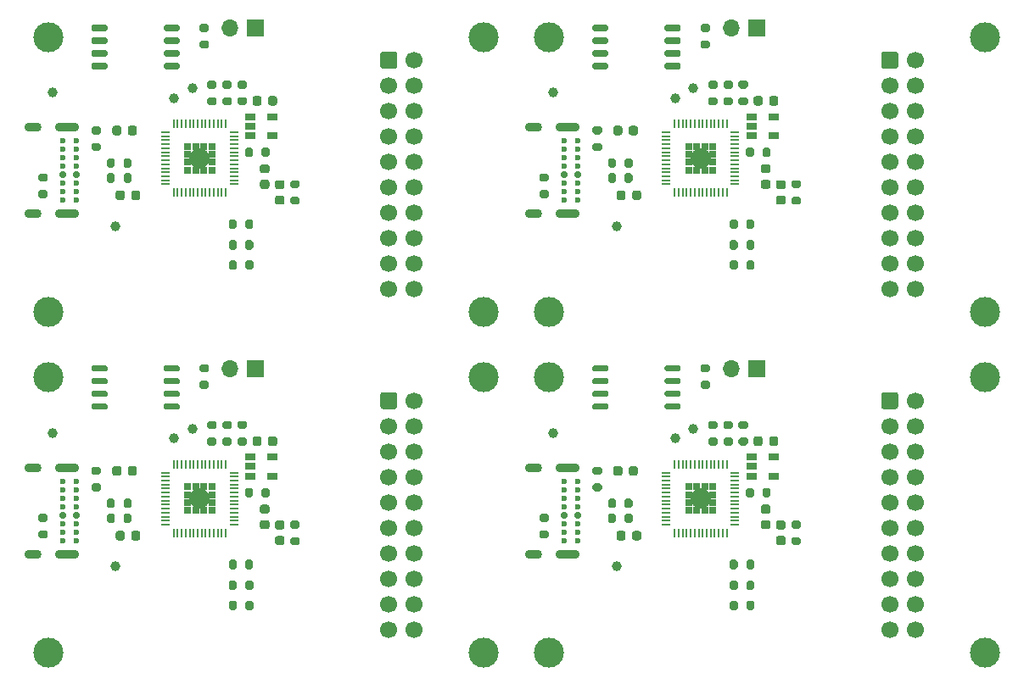
<source format=gbs>
G04 #@! TF.GenerationSoftware,KiCad,Pcbnew,(5.1.10-1-10_14)*
G04 #@! TF.CreationDate,2022-06-03T02:43:26+09:00*
G04 #@! TF.ProjectId,cmsis-dap_rp2040,636d7369-732d-4646-9170-5f7270323034,rev?*
G04 #@! TF.SameCoordinates,Original*
G04 #@! TF.FileFunction,Soldermask,Bot*
G04 #@! TF.FilePolarity,Negative*
%FSLAX46Y46*%
G04 Gerber Fmt 4.6, Leading zero omitted, Abs format (unit mm)*
G04 Created by KiCad (PCBNEW (5.1.10-1-10_14)) date 2022-06-03 02:43:26*
%MOMM*%
%LPD*%
G01*
G04 APERTURE LIST*
%ADD10C,1.000000*%
%ADD11R,1.700000X1.700000*%
%ADD12O,1.700000X1.700000*%
%ADD13O,0.200000X0.875000*%
%ADD14O,0.875000X0.200000*%
%ADD15R,0.800000X0.800000*%
%ADD16C,2.000000*%
%ADD17C,0.600000*%
%ADD18C,0.700000*%
%ADD19O,2.400000X0.900000*%
%ADD20O,1.700000X0.900000*%
%ADD21C,3.000000*%
%ADD22R,1.060000X0.650000*%
%ADD23C,1.700000*%
G04 APERTURE END LIST*
D10*
G04 #@! TO.C,TP7*
X159982000Y-106136000D03*
G04 #@! TD*
G04 #@! TO.C,TP7*
X109982000Y-106136000D03*
G04 #@! TD*
G04 #@! TO.C,TP7*
X159982000Y-72136000D03*
G04 #@! TD*
G04 #@! TO.C,R9*
G36*
G01*
X169885000Y-94065000D02*
X169335000Y-94065000D01*
G75*
G02*
X169135000Y-93865000I0J200000D01*
G01*
X169135000Y-93465000D01*
G75*
G02*
X169335000Y-93265000I200000J0D01*
G01*
X169885000Y-93265000D01*
G75*
G02*
X170085000Y-93465000I0J-200000D01*
G01*
X170085000Y-93865000D01*
G75*
G02*
X169885000Y-94065000I-200000J0D01*
G01*
G37*
G36*
G01*
X169885000Y-92415000D02*
X169335000Y-92415000D01*
G75*
G02*
X169135000Y-92215000I0J200000D01*
G01*
X169135000Y-91815000D01*
G75*
G02*
X169335000Y-91615000I200000J0D01*
G01*
X169885000Y-91615000D01*
G75*
G02*
X170085000Y-91815000I0J-200000D01*
G01*
X170085000Y-92215000D01*
G75*
G02*
X169885000Y-92415000I-200000J0D01*
G01*
G37*
G04 #@! TD*
G04 #@! TO.C,R9*
G36*
G01*
X119885000Y-94065000D02*
X119335000Y-94065000D01*
G75*
G02*
X119135000Y-93865000I0J200000D01*
G01*
X119135000Y-93465000D01*
G75*
G02*
X119335000Y-93265000I200000J0D01*
G01*
X119885000Y-93265000D01*
G75*
G02*
X120085000Y-93465000I0J-200000D01*
G01*
X120085000Y-93865000D01*
G75*
G02*
X119885000Y-94065000I-200000J0D01*
G01*
G37*
G36*
G01*
X119885000Y-92415000D02*
X119335000Y-92415000D01*
G75*
G02*
X119135000Y-92215000I0J200000D01*
G01*
X119135000Y-91815000D01*
G75*
G02*
X119335000Y-91615000I200000J0D01*
G01*
X119885000Y-91615000D01*
G75*
G02*
X120085000Y-91815000I0J-200000D01*
G01*
X120085000Y-92215000D01*
G75*
G02*
X119885000Y-92415000I-200000J0D01*
G01*
G37*
G04 #@! TD*
G04 #@! TO.C,R9*
G36*
G01*
X169885000Y-60065000D02*
X169335000Y-60065000D01*
G75*
G02*
X169135000Y-59865000I0J200000D01*
G01*
X169135000Y-59465000D01*
G75*
G02*
X169335000Y-59265000I200000J0D01*
G01*
X169885000Y-59265000D01*
G75*
G02*
X170085000Y-59465000I0J-200000D01*
G01*
X170085000Y-59865000D01*
G75*
G02*
X169885000Y-60065000I-200000J0D01*
G01*
G37*
G36*
G01*
X169885000Y-58415000D02*
X169335000Y-58415000D01*
G75*
G02*
X169135000Y-58215000I0J200000D01*
G01*
X169135000Y-57815000D01*
G75*
G02*
X169335000Y-57615000I200000J0D01*
G01*
X169885000Y-57615000D01*
G75*
G02*
X170085000Y-57815000I0J-200000D01*
G01*
X170085000Y-58215000D01*
G75*
G02*
X169885000Y-58415000I-200000J0D01*
G01*
G37*
G04 #@! TD*
G04 #@! TO.C,R11*
G36*
G01*
X171295000Y-110295000D02*
X171295000Y-109745000D01*
G75*
G02*
X171495000Y-109545000I200000J0D01*
G01*
X171895000Y-109545000D01*
G75*
G02*
X172095000Y-109745000I0J-200000D01*
G01*
X172095000Y-110295000D01*
G75*
G02*
X171895000Y-110495000I-200000J0D01*
G01*
X171495000Y-110495000D01*
G75*
G02*
X171295000Y-110295000I0J200000D01*
G01*
G37*
G36*
G01*
X172945000Y-110295000D02*
X172945000Y-109745000D01*
G75*
G02*
X173145000Y-109545000I200000J0D01*
G01*
X173545000Y-109545000D01*
G75*
G02*
X173745000Y-109745000I0J-200000D01*
G01*
X173745000Y-110295000D01*
G75*
G02*
X173545000Y-110495000I-200000J0D01*
G01*
X173145000Y-110495000D01*
G75*
G02*
X172945000Y-110295000I0J200000D01*
G01*
G37*
G04 #@! TD*
G04 #@! TO.C,R11*
G36*
G01*
X121295000Y-110295000D02*
X121295000Y-109745000D01*
G75*
G02*
X121495000Y-109545000I200000J0D01*
G01*
X121895000Y-109545000D01*
G75*
G02*
X122095000Y-109745000I0J-200000D01*
G01*
X122095000Y-110295000D01*
G75*
G02*
X121895000Y-110495000I-200000J0D01*
G01*
X121495000Y-110495000D01*
G75*
G02*
X121295000Y-110295000I0J200000D01*
G01*
G37*
G36*
G01*
X122945000Y-110295000D02*
X122945000Y-109745000D01*
G75*
G02*
X123145000Y-109545000I200000J0D01*
G01*
X123545000Y-109545000D01*
G75*
G02*
X123745000Y-109745000I0J-200000D01*
G01*
X123745000Y-110295000D01*
G75*
G02*
X123545000Y-110495000I-200000J0D01*
G01*
X123145000Y-110495000D01*
G75*
G02*
X122945000Y-110295000I0J200000D01*
G01*
G37*
G04 #@! TD*
G04 #@! TO.C,R11*
G36*
G01*
X171295000Y-76295000D02*
X171295000Y-75745000D01*
G75*
G02*
X171495000Y-75545000I200000J0D01*
G01*
X171895000Y-75545000D01*
G75*
G02*
X172095000Y-75745000I0J-200000D01*
G01*
X172095000Y-76295000D01*
G75*
G02*
X171895000Y-76495000I-200000J0D01*
G01*
X171495000Y-76495000D01*
G75*
G02*
X171295000Y-76295000I0J200000D01*
G01*
G37*
G36*
G01*
X172945000Y-76295000D02*
X172945000Y-75745000D01*
G75*
G02*
X173145000Y-75545000I200000J0D01*
G01*
X173545000Y-75545000D01*
G75*
G02*
X173745000Y-75745000I0J-200000D01*
G01*
X173745000Y-76295000D01*
G75*
G02*
X173545000Y-76495000I-200000J0D01*
G01*
X173145000Y-76495000D01*
G75*
G02*
X172945000Y-76295000I0J200000D01*
G01*
G37*
G04 #@! TD*
G04 #@! TO.C,R13*
G36*
G01*
X171275000Y-106215000D02*
X171275000Y-105665000D01*
G75*
G02*
X171475000Y-105465000I200000J0D01*
G01*
X171875000Y-105465000D01*
G75*
G02*
X172075000Y-105665000I0J-200000D01*
G01*
X172075000Y-106215000D01*
G75*
G02*
X171875000Y-106415000I-200000J0D01*
G01*
X171475000Y-106415000D01*
G75*
G02*
X171275000Y-106215000I0J200000D01*
G01*
G37*
G36*
G01*
X172925000Y-106215000D02*
X172925000Y-105665000D01*
G75*
G02*
X173125000Y-105465000I200000J0D01*
G01*
X173525000Y-105465000D01*
G75*
G02*
X173725000Y-105665000I0J-200000D01*
G01*
X173725000Y-106215000D01*
G75*
G02*
X173525000Y-106415000I-200000J0D01*
G01*
X173125000Y-106415000D01*
G75*
G02*
X172925000Y-106215000I0J200000D01*
G01*
G37*
G04 #@! TD*
G04 #@! TO.C,R13*
G36*
G01*
X121275000Y-106215000D02*
X121275000Y-105665000D01*
G75*
G02*
X121475000Y-105465000I200000J0D01*
G01*
X121875000Y-105465000D01*
G75*
G02*
X122075000Y-105665000I0J-200000D01*
G01*
X122075000Y-106215000D01*
G75*
G02*
X121875000Y-106415000I-200000J0D01*
G01*
X121475000Y-106415000D01*
G75*
G02*
X121275000Y-106215000I0J200000D01*
G01*
G37*
G36*
G01*
X122925000Y-106215000D02*
X122925000Y-105665000D01*
G75*
G02*
X123125000Y-105465000I200000J0D01*
G01*
X123525000Y-105465000D01*
G75*
G02*
X123725000Y-105665000I0J-200000D01*
G01*
X123725000Y-106215000D01*
G75*
G02*
X123525000Y-106415000I-200000J0D01*
G01*
X123125000Y-106415000D01*
G75*
G02*
X122925000Y-106215000I0J200000D01*
G01*
G37*
G04 #@! TD*
G04 #@! TO.C,R13*
G36*
G01*
X171275000Y-72215000D02*
X171275000Y-71665000D01*
G75*
G02*
X171475000Y-71465000I200000J0D01*
G01*
X171875000Y-71465000D01*
G75*
G02*
X172075000Y-71665000I0J-200000D01*
G01*
X172075000Y-72215000D01*
G75*
G02*
X171875000Y-72415000I-200000J0D01*
G01*
X171475000Y-72415000D01*
G75*
G02*
X171275000Y-72215000I0J200000D01*
G01*
G37*
G36*
G01*
X172925000Y-72215000D02*
X172925000Y-71665000D01*
G75*
G02*
X173125000Y-71465000I200000J0D01*
G01*
X173525000Y-71465000D01*
G75*
G02*
X173725000Y-71665000I0J-200000D01*
G01*
X173725000Y-72215000D01*
G75*
G02*
X173525000Y-72415000I-200000J0D01*
G01*
X173125000Y-72415000D01*
G75*
G02*
X172925000Y-72215000I0J200000D01*
G01*
G37*
G04 #@! TD*
G04 #@! TO.C,R14*
G36*
G01*
X172905000Y-92405000D02*
X172355000Y-92405000D01*
G75*
G02*
X172155000Y-92205000I0J200000D01*
G01*
X172155000Y-91805000D01*
G75*
G02*
X172355000Y-91605000I200000J0D01*
G01*
X172905000Y-91605000D01*
G75*
G02*
X173105000Y-91805000I0J-200000D01*
G01*
X173105000Y-92205000D01*
G75*
G02*
X172905000Y-92405000I-200000J0D01*
G01*
G37*
G36*
G01*
X172905000Y-94055000D02*
X172355000Y-94055000D01*
G75*
G02*
X172155000Y-93855000I0J200000D01*
G01*
X172155000Y-93455000D01*
G75*
G02*
X172355000Y-93255000I200000J0D01*
G01*
X172905000Y-93255000D01*
G75*
G02*
X173105000Y-93455000I0J-200000D01*
G01*
X173105000Y-93855000D01*
G75*
G02*
X172905000Y-94055000I-200000J0D01*
G01*
G37*
G04 #@! TD*
G04 #@! TO.C,R14*
G36*
G01*
X122905000Y-92405000D02*
X122355000Y-92405000D01*
G75*
G02*
X122155000Y-92205000I0J200000D01*
G01*
X122155000Y-91805000D01*
G75*
G02*
X122355000Y-91605000I200000J0D01*
G01*
X122905000Y-91605000D01*
G75*
G02*
X123105000Y-91805000I0J-200000D01*
G01*
X123105000Y-92205000D01*
G75*
G02*
X122905000Y-92405000I-200000J0D01*
G01*
G37*
G36*
G01*
X122905000Y-94055000D02*
X122355000Y-94055000D01*
G75*
G02*
X122155000Y-93855000I0J200000D01*
G01*
X122155000Y-93455000D01*
G75*
G02*
X122355000Y-93255000I200000J0D01*
G01*
X122905000Y-93255000D01*
G75*
G02*
X123105000Y-93455000I0J-200000D01*
G01*
X123105000Y-93855000D01*
G75*
G02*
X122905000Y-94055000I-200000J0D01*
G01*
G37*
G04 #@! TD*
G04 #@! TO.C,R14*
G36*
G01*
X172905000Y-58405000D02*
X172355000Y-58405000D01*
G75*
G02*
X172155000Y-58205000I0J200000D01*
G01*
X172155000Y-57805000D01*
G75*
G02*
X172355000Y-57605000I200000J0D01*
G01*
X172905000Y-57605000D01*
G75*
G02*
X173105000Y-57805000I0J-200000D01*
G01*
X173105000Y-58205000D01*
G75*
G02*
X172905000Y-58405000I-200000J0D01*
G01*
G37*
G36*
G01*
X172905000Y-60055000D02*
X172355000Y-60055000D01*
G75*
G02*
X172155000Y-59855000I0J200000D01*
G01*
X172155000Y-59455000D01*
G75*
G02*
X172355000Y-59255000I200000J0D01*
G01*
X172905000Y-59255000D01*
G75*
G02*
X173105000Y-59455000I0J-200000D01*
G01*
X173105000Y-59855000D01*
G75*
G02*
X172905000Y-60055000I-200000J0D01*
G01*
G37*
G04 #@! TD*
G04 #@! TO.C,R15*
G36*
G01*
X171285000Y-108295000D02*
X171285000Y-107745000D01*
G75*
G02*
X171485000Y-107545000I200000J0D01*
G01*
X171885000Y-107545000D01*
G75*
G02*
X172085000Y-107745000I0J-200000D01*
G01*
X172085000Y-108295000D01*
G75*
G02*
X171885000Y-108495000I-200000J0D01*
G01*
X171485000Y-108495000D01*
G75*
G02*
X171285000Y-108295000I0J200000D01*
G01*
G37*
G36*
G01*
X172935000Y-108295000D02*
X172935000Y-107745000D01*
G75*
G02*
X173135000Y-107545000I200000J0D01*
G01*
X173535000Y-107545000D01*
G75*
G02*
X173735000Y-107745000I0J-200000D01*
G01*
X173735000Y-108295000D01*
G75*
G02*
X173535000Y-108495000I-200000J0D01*
G01*
X173135000Y-108495000D01*
G75*
G02*
X172935000Y-108295000I0J200000D01*
G01*
G37*
G04 #@! TD*
G04 #@! TO.C,R15*
G36*
G01*
X121285000Y-108295000D02*
X121285000Y-107745000D01*
G75*
G02*
X121485000Y-107545000I200000J0D01*
G01*
X121885000Y-107545000D01*
G75*
G02*
X122085000Y-107745000I0J-200000D01*
G01*
X122085000Y-108295000D01*
G75*
G02*
X121885000Y-108495000I-200000J0D01*
G01*
X121485000Y-108495000D01*
G75*
G02*
X121285000Y-108295000I0J200000D01*
G01*
G37*
G36*
G01*
X122935000Y-108295000D02*
X122935000Y-107745000D01*
G75*
G02*
X123135000Y-107545000I200000J0D01*
G01*
X123535000Y-107545000D01*
G75*
G02*
X123735000Y-107745000I0J-200000D01*
G01*
X123735000Y-108295000D01*
G75*
G02*
X123535000Y-108495000I-200000J0D01*
G01*
X123135000Y-108495000D01*
G75*
G02*
X122935000Y-108295000I0J200000D01*
G01*
G37*
G04 #@! TD*
G04 #@! TO.C,R15*
G36*
G01*
X171285000Y-74295000D02*
X171285000Y-73745000D01*
G75*
G02*
X171485000Y-73545000I200000J0D01*
G01*
X171885000Y-73545000D01*
G75*
G02*
X172085000Y-73745000I0J-200000D01*
G01*
X172085000Y-74295000D01*
G75*
G02*
X171885000Y-74495000I-200000J0D01*
G01*
X171485000Y-74495000D01*
G75*
G02*
X171285000Y-74295000I0J200000D01*
G01*
G37*
G36*
G01*
X172935000Y-74295000D02*
X172935000Y-73745000D01*
G75*
G02*
X173135000Y-73545000I200000J0D01*
G01*
X173535000Y-73545000D01*
G75*
G02*
X173735000Y-73745000I0J-200000D01*
G01*
X173735000Y-74295000D01*
G75*
G02*
X173535000Y-74495000I-200000J0D01*
G01*
X173135000Y-74495000D01*
G75*
G02*
X172935000Y-74295000I0J200000D01*
G01*
G37*
G04 #@! TD*
G04 #@! TO.C,R16*
G36*
G01*
X171395000Y-92415000D02*
X170845000Y-92415000D01*
G75*
G02*
X170645000Y-92215000I0J200000D01*
G01*
X170645000Y-91815000D01*
G75*
G02*
X170845000Y-91615000I200000J0D01*
G01*
X171395000Y-91615000D01*
G75*
G02*
X171595000Y-91815000I0J-200000D01*
G01*
X171595000Y-92215000D01*
G75*
G02*
X171395000Y-92415000I-200000J0D01*
G01*
G37*
G36*
G01*
X171395000Y-94065000D02*
X170845000Y-94065000D01*
G75*
G02*
X170645000Y-93865000I0J200000D01*
G01*
X170645000Y-93465000D01*
G75*
G02*
X170845000Y-93265000I200000J0D01*
G01*
X171395000Y-93265000D01*
G75*
G02*
X171595000Y-93465000I0J-200000D01*
G01*
X171595000Y-93865000D01*
G75*
G02*
X171395000Y-94065000I-200000J0D01*
G01*
G37*
G04 #@! TD*
G04 #@! TO.C,R16*
G36*
G01*
X121395000Y-92415000D02*
X120845000Y-92415000D01*
G75*
G02*
X120645000Y-92215000I0J200000D01*
G01*
X120645000Y-91815000D01*
G75*
G02*
X120845000Y-91615000I200000J0D01*
G01*
X121395000Y-91615000D01*
G75*
G02*
X121595000Y-91815000I0J-200000D01*
G01*
X121595000Y-92215000D01*
G75*
G02*
X121395000Y-92415000I-200000J0D01*
G01*
G37*
G36*
G01*
X121395000Y-94065000D02*
X120845000Y-94065000D01*
G75*
G02*
X120645000Y-93865000I0J200000D01*
G01*
X120645000Y-93465000D01*
G75*
G02*
X120845000Y-93265000I200000J0D01*
G01*
X121395000Y-93265000D01*
G75*
G02*
X121595000Y-93465000I0J-200000D01*
G01*
X121595000Y-93865000D01*
G75*
G02*
X121395000Y-94065000I-200000J0D01*
G01*
G37*
G04 #@! TD*
G04 #@! TO.C,R16*
G36*
G01*
X171395000Y-58415000D02*
X170845000Y-58415000D01*
G75*
G02*
X170645000Y-58215000I0J200000D01*
G01*
X170645000Y-57815000D01*
G75*
G02*
X170845000Y-57615000I200000J0D01*
G01*
X171395000Y-57615000D01*
G75*
G02*
X171595000Y-57815000I0J-200000D01*
G01*
X171595000Y-58215000D01*
G75*
G02*
X171395000Y-58415000I-200000J0D01*
G01*
G37*
G36*
G01*
X171395000Y-60065000D02*
X170845000Y-60065000D01*
G75*
G02*
X170645000Y-59865000I0J200000D01*
G01*
X170645000Y-59465000D01*
G75*
G02*
X170845000Y-59265000I200000J0D01*
G01*
X171395000Y-59265000D01*
G75*
G02*
X171595000Y-59465000I0J-200000D01*
G01*
X171595000Y-59865000D01*
G75*
G02*
X171395000Y-60065000I-200000J0D01*
G01*
G37*
G04 #@! TD*
G04 #@! TO.C,U2*
G36*
G01*
X166380000Y-86195000D02*
X166380000Y-86495000D01*
G75*
G02*
X166230000Y-86645000I-150000J0D01*
G01*
X164930000Y-86645000D01*
G75*
G02*
X164780000Y-86495000I0J150000D01*
G01*
X164780000Y-86195000D01*
G75*
G02*
X164930000Y-86045000I150000J0D01*
G01*
X166230000Y-86045000D01*
G75*
G02*
X166380000Y-86195000I0J-150000D01*
G01*
G37*
G36*
G01*
X166380000Y-87465000D02*
X166380000Y-87765000D01*
G75*
G02*
X166230000Y-87915000I-150000J0D01*
G01*
X164930000Y-87915000D01*
G75*
G02*
X164780000Y-87765000I0J150000D01*
G01*
X164780000Y-87465000D01*
G75*
G02*
X164930000Y-87315000I150000J0D01*
G01*
X166230000Y-87315000D01*
G75*
G02*
X166380000Y-87465000I0J-150000D01*
G01*
G37*
G36*
G01*
X166380000Y-88735000D02*
X166380000Y-89035000D01*
G75*
G02*
X166230000Y-89185000I-150000J0D01*
G01*
X164930000Y-89185000D01*
G75*
G02*
X164780000Y-89035000I0J150000D01*
G01*
X164780000Y-88735000D01*
G75*
G02*
X164930000Y-88585000I150000J0D01*
G01*
X166230000Y-88585000D01*
G75*
G02*
X166380000Y-88735000I0J-150000D01*
G01*
G37*
G36*
G01*
X166380000Y-90005000D02*
X166380000Y-90305000D01*
G75*
G02*
X166230000Y-90455000I-150000J0D01*
G01*
X164930000Y-90455000D01*
G75*
G02*
X164780000Y-90305000I0J150000D01*
G01*
X164780000Y-90005000D01*
G75*
G02*
X164930000Y-89855000I150000J0D01*
G01*
X166230000Y-89855000D01*
G75*
G02*
X166380000Y-90005000I0J-150000D01*
G01*
G37*
G36*
G01*
X159180000Y-90005000D02*
X159180000Y-90305000D01*
G75*
G02*
X159030000Y-90455000I-150000J0D01*
G01*
X157730000Y-90455000D01*
G75*
G02*
X157580000Y-90305000I0J150000D01*
G01*
X157580000Y-90005000D01*
G75*
G02*
X157730000Y-89855000I150000J0D01*
G01*
X159030000Y-89855000D01*
G75*
G02*
X159180000Y-90005000I0J-150000D01*
G01*
G37*
G36*
G01*
X159180000Y-88735000D02*
X159180000Y-89035000D01*
G75*
G02*
X159030000Y-89185000I-150000J0D01*
G01*
X157730000Y-89185000D01*
G75*
G02*
X157580000Y-89035000I0J150000D01*
G01*
X157580000Y-88735000D01*
G75*
G02*
X157730000Y-88585000I150000J0D01*
G01*
X159030000Y-88585000D01*
G75*
G02*
X159180000Y-88735000I0J-150000D01*
G01*
G37*
G36*
G01*
X159180000Y-87465000D02*
X159180000Y-87765000D01*
G75*
G02*
X159030000Y-87915000I-150000J0D01*
G01*
X157730000Y-87915000D01*
G75*
G02*
X157580000Y-87765000I0J150000D01*
G01*
X157580000Y-87465000D01*
G75*
G02*
X157730000Y-87315000I150000J0D01*
G01*
X159030000Y-87315000D01*
G75*
G02*
X159180000Y-87465000I0J-150000D01*
G01*
G37*
G36*
G01*
X159180000Y-86195000D02*
X159180000Y-86495000D01*
G75*
G02*
X159030000Y-86645000I-150000J0D01*
G01*
X157730000Y-86645000D01*
G75*
G02*
X157580000Y-86495000I0J150000D01*
G01*
X157580000Y-86195000D01*
G75*
G02*
X157730000Y-86045000I150000J0D01*
G01*
X159030000Y-86045000D01*
G75*
G02*
X159180000Y-86195000I0J-150000D01*
G01*
G37*
G04 #@! TD*
G04 #@! TO.C,U2*
G36*
G01*
X116380000Y-86195000D02*
X116380000Y-86495000D01*
G75*
G02*
X116230000Y-86645000I-150000J0D01*
G01*
X114930000Y-86645000D01*
G75*
G02*
X114780000Y-86495000I0J150000D01*
G01*
X114780000Y-86195000D01*
G75*
G02*
X114930000Y-86045000I150000J0D01*
G01*
X116230000Y-86045000D01*
G75*
G02*
X116380000Y-86195000I0J-150000D01*
G01*
G37*
G36*
G01*
X116380000Y-87465000D02*
X116380000Y-87765000D01*
G75*
G02*
X116230000Y-87915000I-150000J0D01*
G01*
X114930000Y-87915000D01*
G75*
G02*
X114780000Y-87765000I0J150000D01*
G01*
X114780000Y-87465000D01*
G75*
G02*
X114930000Y-87315000I150000J0D01*
G01*
X116230000Y-87315000D01*
G75*
G02*
X116380000Y-87465000I0J-150000D01*
G01*
G37*
G36*
G01*
X116380000Y-88735000D02*
X116380000Y-89035000D01*
G75*
G02*
X116230000Y-89185000I-150000J0D01*
G01*
X114930000Y-89185000D01*
G75*
G02*
X114780000Y-89035000I0J150000D01*
G01*
X114780000Y-88735000D01*
G75*
G02*
X114930000Y-88585000I150000J0D01*
G01*
X116230000Y-88585000D01*
G75*
G02*
X116380000Y-88735000I0J-150000D01*
G01*
G37*
G36*
G01*
X116380000Y-90005000D02*
X116380000Y-90305000D01*
G75*
G02*
X116230000Y-90455000I-150000J0D01*
G01*
X114930000Y-90455000D01*
G75*
G02*
X114780000Y-90305000I0J150000D01*
G01*
X114780000Y-90005000D01*
G75*
G02*
X114930000Y-89855000I150000J0D01*
G01*
X116230000Y-89855000D01*
G75*
G02*
X116380000Y-90005000I0J-150000D01*
G01*
G37*
G36*
G01*
X109180000Y-90005000D02*
X109180000Y-90305000D01*
G75*
G02*
X109030000Y-90455000I-150000J0D01*
G01*
X107730000Y-90455000D01*
G75*
G02*
X107580000Y-90305000I0J150000D01*
G01*
X107580000Y-90005000D01*
G75*
G02*
X107730000Y-89855000I150000J0D01*
G01*
X109030000Y-89855000D01*
G75*
G02*
X109180000Y-90005000I0J-150000D01*
G01*
G37*
G36*
G01*
X109180000Y-88735000D02*
X109180000Y-89035000D01*
G75*
G02*
X109030000Y-89185000I-150000J0D01*
G01*
X107730000Y-89185000D01*
G75*
G02*
X107580000Y-89035000I0J150000D01*
G01*
X107580000Y-88735000D01*
G75*
G02*
X107730000Y-88585000I150000J0D01*
G01*
X109030000Y-88585000D01*
G75*
G02*
X109180000Y-88735000I0J-150000D01*
G01*
G37*
G36*
G01*
X109180000Y-87465000D02*
X109180000Y-87765000D01*
G75*
G02*
X109030000Y-87915000I-150000J0D01*
G01*
X107730000Y-87915000D01*
G75*
G02*
X107580000Y-87765000I0J150000D01*
G01*
X107580000Y-87465000D01*
G75*
G02*
X107730000Y-87315000I150000J0D01*
G01*
X109030000Y-87315000D01*
G75*
G02*
X109180000Y-87465000I0J-150000D01*
G01*
G37*
G36*
G01*
X109180000Y-86195000D02*
X109180000Y-86495000D01*
G75*
G02*
X109030000Y-86645000I-150000J0D01*
G01*
X107730000Y-86645000D01*
G75*
G02*
X107580000Y-86495000I0J150000D01*
G01*
X107580000Y-86195000D01*
G75*
G02*
X107730000Y-86045000I150000J0D01*
G01*
X109030000Y-86045000D01*
G75*
G02*
X109180000Y-86195000I0J-150000D01*
G01*
G37*
G04 #@! TD*
G04 #@! TO.C,U2*
G36*
G01*
X166380000Y-52195000D02*
X166380000Y-52495000D01*
G75*
G02*
X166230000Y-52645000I-150000J0D01*
G01*
X164930000Y-52645000D01*
G75*
G02*
X164780000Y-52495000I0J150000D01*
G01*
X164780000Y-52195000D01*
G75*
G02*
X164930000Y-52045000I150000J0D01*
G01*
X166230000Y-52045000D01*
G75*
G02*
X166380000Y-52195000I0J-150000D01*
G01*
G37*
G36*
G01*
X166380000Y-53465000D02*
X166380000Y-53765000D01*
G75*
G02*
X166230000Y-53915000I-150000J0D01*
G01*
X164930000Y-53915000D01*
G75*
G02*
X164780000Y-53765000I0J150000D01*
G01*
X164780000Y-53465000D01*
G75*
G02*
X164930000Y-53315000I150000J0D01*
G01*
X166230000Y-53315000D01*
G75*
G02*
X166380000Y-53465000I0J-150000D01*
G01*
G37*
G36*
G01*
X166380000Y-54735000D02*
X166380000Y-55035000D01*
G75*
G02*
X166230000Y-55185000I-150000J0D01*
G01*
X164930000Y-55185000D01*
G75*
G02*
X164780000Y-55035000I0J150000D01*
G01*
X164780000Y-54735000D01*
G75*
G02*
X164930000Y-54585000I150000J0D01*
G01*
X166230000Y-54585000D01*
G75*
G02*
X166380000Y-54735000I0J-150000D01*
G01*
G37*
G36*
G01*
X166380000Y-56005000D02*
X166380000Y-56305000D01*
G75*
G02*
X166230000Y-56455000I-150000J0D01*
G01*
X164930000Y-56455000D01*
G75*
G02*
X164780000Y-56305000I0J150000D01*
G01*
X164780000Y-56005000D01*
G75*
G02*
X164930000Y-55855000I150000J0D01*
G01*
X166230000Y-55855000D01*
G75*
G02*
X166380000Y-56005000I0J-150000D01*
G01*
G37*
G36*
G01*
X159180000Y-56005000D02*
X159180000Y-56305000D01*
G75*
G02*
X159030000Y-56455000I-150000J0D01*
G01*
X157730000Y-56455000D01*
G75*
G02*
X157580000Y-56305000I0J150000D01*
G01*
X157580000Y-56005000D01*
G75*
G02*
X157730000Y-55855000I150000J0D01*
G01*
X159030000Y-55855000D01*
G75*
G02*
X159180000Y-56005000I0J-150000D01*
G01*
G37*
G36*
G01*
X159180000Y-54735000D02*
X159180000Y-55035000D01*
G75*
G02*
X159030000Y-55185000I-150000J0D01*
G01*
X157730000Y-55185000D01*
G75*
G02*
X157580000Y-55035000I0J150000D01*
G01*
X157580000Y-54735000D01*
G75*
G02*
X157730000Y-54585000I150000J0D01*
G01*
X159030000Y-54585000D01*
G75*
G02*
X159180000Y-54735000I0J-150000D01*
G01*
G37*
G36*
G01*
X159180000Y-53465000D02*
X159180000Y-53765000D01*
G75*
G02*
X159030000Y-53915000I-150000J0D01*
G01*
X157730000Y-53915000D01*
G75*
G02*
X157580000Y-53765000I0J150000D01*
G01*
X157580000Y-53465000D01*
G75*
G02*
X157730000Y-53315000I150000J0D01*
G01*
X159030000Y-53315000D01*
G75*
G02*
X159180000Y-53465000I0J-150000D01*
G01*
G37*
G36*
G01*
X159180000Y-52195000D02*
X159180000Y-52495000D01*
G75*
G02*
X159030000Y-52645000I-150000J0D01*
G01*
X157730000Y-52645000D01*
G75*
G02*
X157580000Y-52495000I0J150000D01*
G01*
X157580000Y-52195000D01*
G75*
G02*
X157730000Y-52045000I150000J0D01*
G01*
X159030000Y-52045000D01*
G75*
G02*
X159180000Y-52195000I0J-150000D01*
G01*
G37*
G04 #@! TD*
D11*
G04 #@! TO.C,J2*
X173980000Y-86350000D03*
D12*
X171440000Y-86350000D03*
G04 #@! TD*
D11*
G04 #@! TO.C,J2*
X123980000Y-86350000D03*
D12*
X121440000Y-86350000D03*
G04 #@! TD*
D11*
G04 #@! TO.C,J2*
X173980000Y-52350000D03*
D12*
X171440000Y-52350000D03*
G04 #@! TD*
G04 #@! TO.C,R12*
G36*
G01*
X175355000Y-98485000D02*
X175355000Y-99035000D01*
G75*
G02*
X175155000Y-99235000I-200000J0D01*
G01*
X174755000Y-99235000D01*
G75*
G02*
X174555000Y-99035000I0J200000D01*
G01*
X174555000Y-98485000D01*
G75*
G02*
X174755000Y-98285000I200000J0D01*
G01*
X175155000Y-98285000D01*
G75*
G02*
X175355000Y-98485000I0J-200000D01*
G01*
G37*
G36*
G01*
X173705000Y-98485000D02*
X173705000Y-99035000D01*
G75*
G02*
X173505000Y-99235000I-200000J0D01*
G01*
X173105000Y-99235000D01*
G75*
G02*
X172905000Y-99035000I0J200000D01*
G01*
X172905000Y-98485000D01*
G75*
G02*
X173105000Y-98285000I200000J0D01*
G01*
X173505000Y-98285000D01*
G75*
G02*
X173705000Y-98485000I0J-200000D01*
G01*
G37*
G04 #@! TD*
G04 #@! TO.C,R12*
G36*
G01*
X125355000Y-98485000D02*
X125355000Y-99035000D01*
G75*
G02*
X125155000Y-99235000I-200000J0D01*
G01*
X124755000Y-99235000D01*
G75*
G02*
X124555000Y-99035000I0J200000D01*
G01*
X124555000Y-98485000D01*
G75*
G02*
X124755000Y-98285000I200000J0D01*
G01*
X125155000Y-98285000D01*
G75*
G02*
X125355000Y-98485000I0J-200000D01*
G01*
G37*
G36*
G01*
X123705000Y-98485000D02*
X123705000Y-99035000D01*
G75*
G02*
X123505000Y-99235000I-200000J0D01*
G01*
X123105000Y-99235000D01*
G75*
G02*
X122905000Y-99035000I0J200000D01*
G01*
X122905000Y-98485000D01*
G75*
G02*
X123105000Y-98285000I200000J0D01*
G01*
X123505000Y-98285000D01*
G75*
G02*
X123705000Y-98485000I0J-200000D01*
G01*
G37*
G04 #@! TD*
G04 #@! TO.C,R12*
G36*
G01*
X175355000Y-64485000D02*
X175355000Y-65035000D01*
G75*
G02*
X175155000Y-65235000I-200000J0D01*
G01*
X174755000Y-65235000D01*
G75*
G02*
X174555000Y-65035000I0J200000D01*
G01*
X174555000Y-64485000D01*
G75*
G02*
X174755000Y-64285000I200000J0D01*
G01*
X175155000Y-64285000D01*
G75*
G02*
X175355000Y-64485000I0J-200000D01*
G01*
G37*
G36*
G01*
X173705000Y-64485000D02*
X173705000Y-65035000D01*
G75*
G02*
X173505000Y-65235000I-200000J0D01*
G01*
X173105000Y-65235000D01*
G75*
G02*
X172905000Y-65035000I0J200000D01*
G01*
X172905000Y-64485000D01*
G75*
G02*
X173105000Y-64285000I200000J0D01*
G01*
X173505000Y-64285000D01*
G75*
G02*
X173705000Y-64485000I0J-200000D01*
G01*
G37*
G04 #@! TD*
D10*
G04 #@! TO.C,TP8*
X165840000Y-93340000D03*
G04 #@! TD*
G04 #@! TO.C,TP8*
X115840000Y-93340000D03*
G04 #@! TD*
G04 #@! TO.C,TP8*
X165840000Y-59340000D03*
G04 #@! TD*
G04 #@! TO.C,TP9*
X167640000Y-92370000D03*
G04 #@! TD*
G04 #@! TO.C,TP9*
X117640000Y-92370000D03*
G04 #@! TD*
G04 #@! TO.C,TP9*
X167640000Y-58370000D03*
G04 #@! TD*
G04 #@! TO.C,TP10*
X153690000Y-92820000D03*
G04 #@! TD*
G04 #@! TO.C,TP10*
X103690000Y-92820000D03*
G04 #@! TD*
G04 #@! TO.C,TP10*
X153690000Y-58820000D03*
G04 #@! TD*
D13*
G04 #@! TO.C,U3*
X165780000Y-95922500D03*
X166180000Y-95922500D03*
X166580000Y-95922500D03*
X166980000Y-95922500D03*
X167380000Y-95922500D03*
X167780000Y-95922500D03*
X168180000Y-95922500D03*
X168580000Y-95922500D03*
X168980000Y-95922500D03*
X169380000Y-95922500D03*
X169780000Y-95922500D03*
X170180000Y-95922500D03*
X170580000Y-95922500D03*
X170980000Y-95922500D03*
D14*
X171817500Y-96760000D03*
X171817500Y-97160000D03*
X171817500Y-97560000D03*
X171817500Y-97960000D03*
X171817500Y-98360000D03*
X171817500Y-98760000D03*
X171817500Y-99160000D03*
X171817500Y-99560000D03*
X171817500Y-99960000D03*
X171817500Y-100360000D03*
X171817500Y-100760000D03*
X171817500Y-101160000D03*
X171817500Y-101560000D03*
X171817500Y-101960000D03*
D13*
X170980000Y-102797500D03*
X170580000Y-102797500D03*
X170180000Y-102797500D03*
X169780000Y-102797500D03*
X169380000Y-102797500D03*
X168980000Y-102797500D03*
X168580000Y-102797500D03*
X168180000Y-102797500D03*
X167780000Y-102797500D03*
X167380000Y-102797500D03*
X166980000Y-102797500D03*
X166580000Y-102797500D03*
X166180000Y-102797500D03*
X165780000Y-102797500D03*
D14*
X164942500Y-101960000D03*
X164942500Y-101560000D03*
X164942500Y-101160000D03*
X164942500Y-100760000D03*
X164942500Y-100360000D03*
X164942500Y-99960000D03*
X164942500Y-99560000D03*
X164942500Y-99160000D03*
X164942500Y-98760000D03*
X164942500Y-98360000D03*
X164942500Y-97960000D03*
X164942500Y-97560000D03*
X164942500Y-97160000D03*
X164942500Y-96760000D03*
D15*
X167180000Y-98160000D03*
X167980000Y-98160000D03*
X168780000Y-98160000D03*
X169580000Y-98160000D03*
X167180000Y-98960000D03*
X167980000Y-98960000D03*
X168780000Y-98960000D03*
X169580000Y-98960000D03*
X167180000Y-99760000D03*
X167980000Y-99760000D03*
X168780000Y-99760000D03*
X169580000Y-99760000D03*
X167180000Y-100560000D03*
X167980000Y-100560000D03*
X168780000Y-100560000D03*
X169580000Y-100560000D03*
D16*
X168380000Y-99360000D03*
G04 #@! TD*
D13*
G04 #@! TO.C,U3*
X115780000Y-95922500D03*
X116180000Y-95922500D03*
X116580000Y-95922500D03*
X116980000Y-95922500D03*
X117380000Y-95922500D03*
X117780000Y-95922500D03*
X118180000Y-95922500D03*
X118580000Y-95922500D03*
X118980000Y-95922500D03*
X119380000Y-95922500D03*
X119780000Y-95922500D03*
X120180000Y-95922500D03*
X120580000Y-95922500D03*
X120980000Y-95922500D03*
D14*
X121817500Y-96760000D03*
X121817500Y-97160000D03*
X121817500Y-97560000D03*
X121817500Y-97960000D03*
X121817500Y-98360000D03*
X121817500Y-98760000D03*
X121817500Y-99160000D03*
X121817500Y-99560000D03*
X121817500Y-99960000D03*
X121817500Y-100360000D03*
X121817500Y-100760000D03*
X121817500Y-101160000D03*
X121817500Y-101560000D03*
X121817500Y-101960000D03*
D13*
X120980000Y-102797500D03*
X120580000Y-102797500D03*
X120180000Y-102797500D03*
X119780000Y-102797500D03*
X119380000Y-102797500D03*
X118980000Y-102797500D03*
X118580000Y-102797500D03*
X118180000Y-102797500D03*
X117780000Y-102797500D03*
X117380000Y-102797500D03*
X116980000Y-102797500D03*
X116580000Y-102797500D03*
X116180000Y-102797500D03*
X115780000Y-102797500D03*
D14*
X114942500Y-101960000D03*
X114942500Y-101560000D03*
X114942500Y-101160000D03*
X114942500Y-100760000D03*
X114942500Y-100360000D03*
X114942500Y-99960000D03*
X114942500Y-99560000D03*
X114942500Y-99160000D03*
X114942500Y-98760000D03*
X114942500Y-98360000D03*
X114942500Y-97960000D03*
X114942500Y-97560000D03*
X114942500Y-97160000D03*
X114942500Y-96760000D03*
D15*
X117180000Y-98160000D03*
X117980000Y-98160000D03*
X118780000Y-98160000D03*
X119580000Y-98160000D03*
X117180000Y-98960000D03*
X117980000Y-98960000D03*
X118780000Y-98960000D03*
X119580000Y-98960000D03*
X117180000Y-99760000D03*
X117980000Y-99760000D03*
X118780000Y-99760000D03*
X119580000Y-99760000D03*
X117180000Y-100560000D03*
X117980000Y-100560000D03*
X118780000Y-100560000D03*
X119580000Y-100560000D03*
D16*
X118380000Y-99360000D03*
G04 #@! TD*
D13*
G04 #@! TO.C,U3*
X165780000Y-61922500D03*
X166180000Y-61922500D03*
X166580000Y-61922500D03*
X166980000Y-61922500D03*
X167380000Y-61922500D03*
X167780000Y-61922500D03*
X168180000Y-61922500D03*
X168580000Y-61922500D03*
X168980000Y-61922500D03*
X169380000Y-61922500D03*
X169780000Y-61922500D03*
X170180000Y-61922500D03*
X170580000Y-61922500D03*
X170980000Y-61922500D03*
D14*
X171817500Y-62760000D03*
X171817500Y-63160000D03*
X171817500Y-63560000D03*
X171817500Y-63960000D03*
X171817500Y-64360000D03*
X171817500Y-64760000D03*
X171817500Y-65160000D03*
X171817500Y-65560000D03*
X171817500Y-65960000D03*
X171817500Y-66360000D03*
X171817500Y-66760000D03*
X171817500Y-67160000D03*
X171817500Y-67560000D03*
X171817500Y-67960000D03*
D13*
X170980000Y-68797500D03*
X170580000Y-68797500D03*
X170180000Y-68797500D03*
X169780000Y-68797500D03*
X169380000Y-68797500D03*
X168980000Y-68797500D03*
X168580000Y-68797500D03*
X168180000Y-68797500D03*
X167780000Y-68797500D03*
X167380000Y-68797500D03*
X166980000Y-68797500D03*
X166580000Y-68797500D03*
X166180000Y-68797500D03*
X165780000Y-68797500D03*
D14*
X164942500Y-67960000D03*
X164942500Y-67560000D03*
X164942500Y-67160000D03*
X164942500Y-66760000D03*
X164942500Y-66360000D03*
X164942500Y-65960000D03*
X164942500Y-65560000D03*
X164942500Y-65160000D03*
X164942500Y-64760000D03*
X164942500Y-64360000D03*
X164942500Y-63960000D03*
X164942500Y-63560000D03*
X164942500Y-63160000D03*
X164942500Y-62760000D03*
D15*
X167180000Y-64160000D03*
X167980000Y-64160000D03*
X168780000Y-64160000D03*
X169580000Y-64160000D03*
X167180000Y-64960000D03*
X167980000Y-64960000D03*
X168780000Y-64960000D03*
X169580000Y-64960000D03*
X167180000Y-65760000D03*
X167980000Y-65760000D03*
X168780000Y-65760000D03*
X169580000Y-65760000D03*
X167180000Y-66560000D03*
X167980000Y-66560000D03*
X168780000Y-66560000D03*
X169580000Y-66560000D03*
D16*
X168380000Y-65360000D03*
G04 #@! TD*
G04 #@! TO.C,C16*
G36*
G01*
X162115000Y-96340000D02*
X162115000Y-96840000D01*
G75*
G02*
X161890000Y-97065000I-225000J0D01*
G01*
X161440000Y-97065000D01*
G75*
G02*
X161215000Y-96840000I0J225000D01*
G01*
X161215000Y-96340000D01*
G75*
G02*
X161440000Y-96115000I225000J0D01*
G01*
X161890000Y-96115000D01*
G75*
G02*
X162115000Y-96340000I0J-225000D01*
G01*
G37*
G36*
G01*
X160565000Y-96340000D02*
X160565000Y-96840000D01*
G75*
G02*
X160340000Y-97065000I-225000J0D01*
G01*
X159890000Y-97065000D01*
G75*
G02*
X159665000Y-96840000I0J225000D01*
G01*
X159665000Y-96340000D01*
G75*
G02*
X159890000Y-96115000I225000J0D01*
G01*
X160340000Y-96115000D01*
G75*
G02*
X160565000Y-96340000I0J-225000D01*
G01*
G37*
G04 #@! TD*
G04 #@! TO.C,C16*
G36*
G01*
X112115000Y-96340000D02*
X112115000Y-96840000D01*
G75*
G02*
X111890000Y-97065000I-225000J0D01*
G01*
X111440000Y-97065000D01*
G75*
G02*
X111215000Y-96840000I0J225000D01*
G01*
X111215000Y-96340000D01*
G75*
G02*
X111440000Y-96115000I225000J0D01*
G01*
X111890000Y-96115000D01*
G75*
G02*
X112115000Y-96340000I0J-225000D01*
G01*
G37*
G36*
G01*
X110565000Y-96340000D02*
X110565000Y-96840000D01*
G75*
G02*
X110340000Y-97065000I-225000J0D01*
G01*
X109890000Y-97065000D01*
G75*
G02*
X109665000Y-96840000I0J225000D01*
G01*
X109665000Y-96340000D01*
G75*
G02*
X109890000Y-96115000I225000J0D01*
G01*
X110340000Y-96115000D01*
G75*
G02*
X110565000Y-96340000I0J-225000D01*
G01*
G37*
G04 #@! TD*
G04 #@! TO.C,C16*
G36*
G01*
X162115000Y-62340000D02*
X162115000Y-62840000D01*
G75*
G02*
X161890000Y-63065000I-225000J0D01*
G01*
X161440000Y-63065000D01*
G75*
G02*
X161215000Y-62840000I0J225000D01*
G01*
X161215000Y-62340000D01*
G75*
G02*
X161440000Y-62115000I225000J0D01*
G01*
X161890000Y-62115000D01*
G75*
G02*
X162115000Y-62340000I0J-225000D01*
G01*
G37*
G36*
G01*
X160565000Y-62340000D02*
X160565000Y-62840000D01*
G75*
G02*
X160340000Y-63065000I-225000J0D01*
G01*
X159890000Y-63065000D01*
G75*
G02*
X159665000Y-62840000I0J225000D01*
G01*
X159665000Y-62340000D01*
G75*
G02*
X159890000Y-62115000I225000J0D01*
G01*
X160340000Y-62115000D01*
G75*
G02*
X160565000Y-62340000I0J-225000D01*
G01*
G37*
G04 #@! TD*
G04 #@! TO.C,C2*
G36*
G01*
X176115000Y-93370000D02*
X176115000Y-93870000D01*
G75*
G02*
X175890000Y-94095000I-225000J0D01*
G01*
X175440000Y-94095000D01*
G75*
G02*
X175215000Y-93870000I0J225000D01*
G01*
X175215000Y-93370000D01*
G75*
G02*
X175440000Y-93145000I225000J0D01*
G01*
X175890000Y-93145000D01*
G75*
G02*
X176115000Y-93370000I0J-225000D01*
G01*
G37*
G36*
G01*
X174565000Y-93370000D02*
X174565000Y-93870000D01*
G75*
G02*
X174340000Y-94095000I-225000J0D01*
G01*
X173890000Y-94095000D01*
G75*
G02*
X173665000Y-93870000I0J225000D01*
G01*
X173665000Y-93370000D01*
G75*
G02*
X173890000Y-93145000I225000J0D01*
G01*
X174340000Y-93145000D01*
G75*
G02*
X174565000Y-93370000I0J-225000D01*
G01*
G37*
G04 #@! TD*
G04 #@! TO.C,C2*
G36*
G01*
X126115000Y-93370000D02*
X126115000Y-93870000D01*
G75*
G02*
X125890000Y-94095000I-225000J0D01*
G01*
X125440000Y-94095000D01*
G75*
G02*
X125215000Y-93870000I0J225000D01*
G01*
X125215000Y-93370000D01*
G75*
G02*
X125440000Y-93145000I225000J0D01*
G01*
X125890000Y-93145000D01*
G75*
G02*
X126115000Y-93370000I0J-225000D01*
G01*
G37*
G36*
G01*
X124565000Y-93370000D02*
X124565000Y-93870000D01*
G75*
G02*
X124340000Y-94095000I-225000J0D01*
G01*
X123890000Y-94095000D01*
G75*
G02*
X123665000Y-93870000I0J225000D01*
G01*
X123665000Y-93370000D01*
G75*
G02*
X123890000Y-93145000I225000J0D01*
G01*
X124340000Y-93145000D01*
G75*
G02*
X124565000Y-93370000I0J-225000D01*
G01*
G37*
G04 #@! TD*
G04 #@! TO.C,C2*
G36*
G01*
X176115000Y-59370000D02*
X176115000Y-59870000D01*
G75*
G02*
X175890000Y-60095000I-225000J0D01*
G01*
X175440000Y-60095000D01*
G75*
G02*
X175215000Y-59870000I0J225000D01*
G01*
X175215000Y-59370000D01*
G75*
G02*
X175440000Y-59145000I225000J0D01*
G01*
X175890000Y-59145000D01*
G75*
G02*
X176115000Y-59370000I0J-225000D01*
G01*
G37*
G36*
G01*
X174565000Y-59370000D02*
X174565000Y-59870000D01*
G75*
G02*
X174340000Y-60095000I-225000J0D01*
G01*
X173890000Y-60095000D01*
G75*
G02*
X173665000Y-59870000I0J225000D01*
G01*
X173665000Y-59370000D01*
G75*
G02*
X173890000Y-59145000I225000J0D01*
G01*
X174340000Y-59145000D01*
G75*
G02*
X174565000Y-59370000I0J-225000D01*
G01*
G37*
G04 #@! TD*
G04 #@! TO.C,C7*
G36*
G01*
X176130000Y-101545000D02*
X176630000Y-101545000D01*
G75*
G02*
X176855000Y-101770000I0J-225000D01*
G01*
X176855000Y-102220000D01*
G75*
G02*
X176630000Y-102445000I-225000J0D01*
G01*
X176130000Y-102445000D01*
G75*
G02*
X175905000Y-102220000I0J225000D01*
G01*
X175905000Y-101770000D01*
G75*
G02*
X176130000Y-101545000I225000J0D01*
G01*
G37*
G36*
G01*
X176130000Y-103095000D02*
X176630000Y-103095000D01*
G75*
G02*
X176855000Y-103320000I0J-225000D01*
G01*
X176855000Y-103770000D01*
G75*
G02*
X176630000Y-103995000I-225000J0D01*
G01*
X176130000Y-103995000D01*
G75*
G02*
X175905000Y-103770000I0J225000D01*
G01*
X175905000Y-103320000D01*
G75*
G02*
X176130000Y-103095000I225000J0D01*
G01*
G37*
G04 #@! TD*
G04 #@! TO.C,C7*
G36*
G01*
X126130000Y-101545000D02*
X126630000Y-101545000D01*
G75*
G02*
X126855000Y-101770000I0J-225000D01*
G01*
X126855000Y-102220000D01*
G75*
G02*
X126630000Y-102445000I-225000J0D01*
G01*
X126130000Y-102445000D01*
G75*
G02*
X125905000Y-102220000I0J225000D01*
G01*
X125905000Y-101770000D01*
G75*
G02*
X126130000Y-101545000I225000J0D01*
G01*
G37*
G36*
G01*
X126130000Y-103095000D02*
X126630000Y-103095000D01*
G75*
G02*
X126855000Y-103320000I0J-225000D01*
G01*
X126855000Y-103770000D01*
G75*
G02*
X126630000Y-103995000I-225000J0D01*
G01*
X126130000Y-103995000D01*
G75*
G02*
X125905000Y-103770000I0J225000D01*
G01*
X125905000Y-103320000D01*
G75*
G02*
X126130000Y-103095000I225000J0D01*
G01*
G37*
G04 #@! TD*
G04 #@! TO.C,C7*
G36*
G01*
X176130000Y-67545000D02*
X176630000Y-67545000D01*
G75*
G02*
X176855000Y-67770000I0J-225000D01*
G01*
X176855000Y-68220000D01*
G75*
G02*
X176630000Y-68445000I-225000J0D01*
G01*
X176130000Y-68445000D01*
G75*
G02*
X175905000Y-68220000I0J225000D01*
G01*
X175905000Y-67770000D01*
G75*
G02*
X176130000Y-67545000I225000J0D01*
G01*
G37*
G36*
G01*
X176130000Y-69095000D02*
X176630000Y-69095000D01*
G75*
G02*
X176855000Y-69320000I0J-225000D01*
G01*
X176855000Y-69770000D01*
G75*
G02*
X176630000Y-69995000I-225000J0D01*
G01*
X176130000Y-69995000D01*
G75*
G02*
X175905000Y-69770000I0J225000D01*
G01*
X175905000Y-69320000D01*
G75*
G02*
X176130000Y-69095000I225000J0D01*
G01*
G37*
G04 #@! TD*
D17*
G04 #@! TO.C,J1*
X156100000Y-97600000D03*
X156100000Y-98450000D03*
X156100000Y-99300000D03*
X156100000Y-100150000D03*
D18*
X156100000Y-101000000D03*
D17*
X156100000Y-101850000D03*
X156100000Y-102700000D03*
X156100000Y-103550000D03*
X154750000Y-98450000D03*
X154750000Y-100150000D03*
X154750000Y-99300000D03*
X154750000Y-97600000D03*
X154750000Y-101850000D03*
X154750000Y-102700000D03*
X154750000Y-103550000D03*
D18*
X154750000Y-101000000D03*
D19*
X155120000Y-96250000D03*
X155120000Y-104900000D03*
D20*
X151740000Y-96250000D03*
X151740000Y-104900000D03*
G04 #@! TD*
D17*
G04 #@! TO.C,J1*
X106100000Y-97600000D03*
X106100000Y-98450000D03*
X106100000Y-99300000D03*
X106100000Y-100150000D03*
D18*
X106100000Y-101000000D03*
D17*
X106100000Y-101850000D03*
X106100000Y-102700000D03*
X106100000Y-103550000D03*
X104750000Y-98450000D03*
X104750000Y-100150000D03*
X104750000Y-99300000D03*
X104750000Y-97600000D03*
X104750000Y-101850000D03*
X104750000Y-102700000D03*
X104750000Y-103550000D03*
D18*
X104750000Y-101000000D03*
D19*
X105120000Y-96250000D03*
X105120000Y-104900000D03*
D20*
X101740000Y-96250000D03*
X101740000Y-104900000D03*
G04 #@! TD*
D17*
G04 #@! TO.C,J1*
X156100000Y-63600000D03*
X156100000Y-64450000D03*
X156100000Y-65300000D03*
X156100000Y-66150000D03*
D18*
X156100000Y-67000000D03*
D17*
X156100000Y-67850000D03*
X156100000Y-68700000D03*
X156100000Y-69550000D03*
X154750000Y-64450000D03*
X154750000Y-66150000D03*
X154750000Y-65300000D03*
X154750000Y-63600000D03*
X154750000Y-67850000D03*
X154750000Y-68700000D03*
X154750000Y-69550000D03*
D18*
X154750000Y-67000000D03*
D19*
X155120000Y-62250000D03*
X155120000Y-70900000D03*
D20*
X151740000Y-62250000D03*
X151740000Y-70900000D03*
G04 #@! TD*
G04 #@! TO.C,R2*
G36*
G01*
X168555000Y-85945000D02*
X169105000Y-85945000D01*
G75*
G02*
X169305000Y-86145000I0J-200000D01*
G01*
X169305000Y-86545000D01*
G75*
G02*
X169105000Y-86745000I-200000J0D01*
G01*
X168555000Y-86745000D01*
G75*
G02*
X168355000Y-86545000I0J200000D01*
G01*
X168355000Y-86145000D01*
G75*
G02*
X168555000Y-85945000I200000J0D01*
G01*
G37*
G36*
G01*
X168555000Y-87595000D02*
X169105000Y-87595000D01*
G75*
G02*
X169305000Y-87795000I0J-200000D01*
G01*
X169305000Y-88195000D01*
G75*
G02*
X169105000Y-88395000I-200000J0D01*
G01*
X168555000Y-88395000D01*
G75*
G02*
X168355000Y-88195000I0J200000D01*
G01*
X168355000Y-87795000D01*
G75*
G02*
X168555000Y-87595000I200000J0D01*
G01*
G37*
G04 #@! TD*
G04 #@! TO.C,R2*
G36*
G01*
X118555000Y-85945000D02*
X119105000Y-85945000D01*
G75*
G02*
X119305000Y-86145000I0J-200000D01*
G01*
X119305000Y-86545000D01*
G75*
G02*
X119105000Y-86745000I-200000J0D01*
G01*
X118555000Y-86745000D01*
G75*
G02*
X118355000Y-86545000I0J200000D01*
G01*
X118355000Y-86145000D01*
G75*
G02*
X118555000Y-85945000I200000J0D01*
G01*
G37*
G36*
G01*
X118555000Y-87595000D02*
X119105000Y-87595000D01*
G75*
G02*
X119305000Y-87795000I0J-200000D01*
G01*
X119305000Y-88195000D01*
G75*
G02*
X119105000Y-88395000I-200000J0D01*
G01*
X118555000Y-88395000D01*
G75*
G02*
X118355000Y-88195000I0J200000D01*
G01*
X118355000Y-87795000D01*
G75*
G02*
X118555000Y-87595000I200000J0D01*
G01*
G37*
G04 #@! TD*
G04 #@! TO.C,R2*
G36*
G01*
X168555000Y-51945000D02*
X169105000Y-51945000D01*
G75*
G02*
X169305000Y-52145000I0J-200000D01*
G01*
X169305000Y-52545000D01*
G75*
G02*
X169105000Y-52745000I-200000J0D01*
G01*
X168555000Y-52745000D01*
G75*
G02*
X168355000Y-52545000I0J200000D01*
G01*
X168355000Y-52145000D01*
G75*
G02*
X168555000Y-51945000I200000J0D01*
G01*
G37*
G36*
G01*
X168555000Y-53595000D02*
X169105000Y-53595000D01*
G75*
G02*
X169305000Y-53795000I0J-200000D01*
G01*
X169305000Y-54195000D01*
G75*
G02*
X169105000Y-54395000I-200000J0D01*
G01*
X168555000Y-54395000D01*
G75*
G02*
X168355000Y-54195000I0J200000D01*
G01*
X168355000Y-53795000D01*
G75*
G02*
X168555000Y-53595000I200000J0D01*
G01*
G37*
G04 #@! TD*
G04 #@! TO.C,C14*
G36*
G01*
X174620000Y-99965000D02*
X175120000Y-99965000D01*
G75*
G02*
X175345000Y-100190000I0J-225000D01*
G01*
X175345000Y-100640000D01*
G75*
G02*
X175120000Y-100865000I-225000J0D01*
G01*
X174620000Y-100865000D01*
G75*
G02*
X174395000Y-100640000I0J225000D01*
G01*
X174395000Y-100190000D01*
G75*
G02*
X174620000Y-99965000I225000J0D01*
G01*
G37*
G36*
G01*
X174620000Y-101515000D02*
X175120000Y-101515000D01*
G75*
G02*
X175345000Y-101740000I0J-225000D01*
G01*
X175345000Y-102190000D01*
G75*
G02*
X175120000Y-102415000I-225000J0D01*
G01*
X174620000Y-102415000D01*
G75*
G02*
X174395000Y-102190000I0J225000D01*
G01*
X174395000Y-101740000D01*
G75*
G02*
X174620000Y-101515000I225000J0D01*
G01*
G37*
G04 #@! TD*
G04 #@! TO.C,C14*
G36*
G01*
X124620000Y-99965000D02*
X125120000Y-99965000D01*
G75*
G02*
X125345000Y-100190000I0J-225000D01*
G01*
X125345000Y-100640000D01*
G75*
G02*
X125120000Y-100865000I-225000J0D01*
G01*
X124620000Y-100865000D01*
G75*
G02*
X124395000Y-100640000I0J225000D01*
G01*
X124395000Y-100190000D01*
G75*
G02*
X124620000Y-99965000I225000J0D01*
G01*
G37*
G36*
G01*
X124620000Y-101515000D02*
X125120000Y-101515000D01*
G75*
G02*
X125345000Y-101740000I0J-225000D01*
G01*
X125345000Y-102190000D01*
G75*
G02*
X125120000Y-102415000I-225000J0D01*
G01*
X124620000Y-102415000D01*
G75*
G02*
X124395000Y-102190000I0J225000D01*
G01*
X124395000Y-101740000D01*
G75*
G02*
X124620000Y-101515000I225000J0D01*
G01*
G37*
G04 #@! TD*
G04 #@! TO.C,C14*
G36*
G01*
X174620000Y-65965000D02*
X175120000Y-65965000D01*
G75*
G02*
X175345000Y-66190000I0J-225000D01*
G01*
X175345000Y-66640000D01*
G75*
G02*
X175120000Y-66865000I-225000J0D01*
G01*
X174620000Y-66865000D01*
G75*
G02*
X174395000Y-66640000I0J225000D01*
G01*
X174395000Y-66190000D01*
G75*
G02*
X174620000Y-65965000I225000J0D01*
G01*
G37*
G36*
G01*
X174620000Y-67515000D02*
X175120000Y-67515000D01*
G75*
G02*
X175345000Y-67740000I0J-225000D01*
G01*
X175345000Y-68190000D01*
G75*
G02*
X175120000Y-68415000I-225000J0D01*
G01*
X174620000Y-68415000D01*
G75*
G02*
X174395000Y-68190000I0J225000D01*
G01*
X174395000Y-67740000D01*
G75*
G02*
X174620000Y-67515000I225000J0D01*
G01*
G37*
G04 #@! TD*
G04 #@! TO.C,C12*
G36*
G01*
X160895000Y-102810000D02*
X160895000Y-103310000D01*
G75*
G02*
X160670000Y-103535000I-225000J0D01*
G01*
X160220000Y-103535000D01*
G75*
G02*
X159995000Y-103310000I0J225000D01*
G01*
X159995000Y-102810000D01*
G75*
G02*
X160220000Y-102585000I225000J0D01*
G01*
X160670000Y-102585000D01*
G75*
G02*
X160895000Y-102810000I0J-225000D01*
G01*
G37*
G36*
G01*
X162445000Y-102810000D02*
X162445000Y-103310000D01*
G75*
G02*
X162220000Y-103535000I-225000J0D01*
G01*
X161770000Y-103535000D01*
G75*
G02*
X161545000Y-103310000I0J225000D01*
G01*
X161545000Y-102810000D01*
G75*
G02*
X161770000Y-102585000I225000J0D01*
G01*
X162220000Y-102585000D01*
G75*
G02*
X162445000Y-102810000I0J-225000D01*
G01*
G37*
G04 #@! TD*
G04 #@! TO.C,C12*
G36*
G01*
X110895000Y-102810000D02*
X110895000Y-103310000D01*
G75*
G02*
X110670000Y-103535000I-225000J0D01*
G01*
X110220000Y-103535000D01*
G75*
G02*
X109995000Y-103310000I0J225000D01*
G01*
X109995000Y-102810000D01*
G75*
G02*
X110220000Y-102585000I225000J0D01*
G01*
X110670000Y-102585000D01*
G75*
G02*
X110895000Y-102810000I0J-225000D01*
G01*
G37*
G36*
G01*
X112445000Y-102810000D02*
X112445000Y-103310000D01*
G75*
G02*
X112220000Y-103535000I-225000J0D01*
G01*
X111770000Y-103535000D01*
G75*
G02*
X111545000Y-103310000I0J225000D01*
G01*
X111545000Y-102810000D01*
G75*
G02*
X111770000Y-102585000I225000J0D01*
G01*
X112220000Y-102585000D01*
G75*
G02*
X112445000Y-102810000I0J-225000D01*
G01*
G37*
G04 #@! TD*
G04 #@! TO.C,C12*
G36*
G01*
X160895000Y-68810000D02*
X160895000Y-69310000D01*
G75*
G02*
X160670000Y-69535000I-225000J0D01*
G01*
X160220000Y-69535000D01*
G75*
G02*
X159995000Y-69310000I0J225000D01*
G01*
X159995000Y-68810000D01*
G75*
G02*
X160220000Y-68585000I225000J0D01*
G01*
X160670000Y-68585000D01*
G75*
G02*
X160895000Y-68810000I0J-225000D01*
G01*
G37*
G36*
G01*
X162445000Y-68810000D02*
X162445000Y-69310000D01*
G75*
G02*
X162220000Y-69535000I-225000J0D01*
G01*
X161770000Y-69535000D01*
G75*
G02*
X161545000Y-69310000I0J225000D01*
G01*
X161545000Y-68810000D01*
G75*
G02*
X161770000Y-68585000I225000J0D01*
G01*
X162220000Y-68585000D01*
G75*
G02*
X162445000Y-68810000I0J-225000D01*
G01*
G37*
G04 #@! TD*
D21*
G04 #@! TO.C,H1*
X153250000Y-87250000D03*
G04 #@! TD*
G04 #@! TO.C,H1*
X103250000Y-87250000D03*
G04 #@! TD*
G04 #@! TO.C,H1*
X153250000Y-53250000D03*
G04 #@! TD*
G04 #@! TO.C,H2*
X196750000Y-114750000D03*
G04 #@! TD*
G04 #@! TO.C,H2*
X146750000Y-114750000D03*
G04 #@! TD*
G04 #@! TO.C,H2*
X196750000Y-80750000D03*
G04 #@! TD*
G04 #@! TO.C,H3*
X153250000Y-114750000D03*
G04 #@! TD*
G04 #@! TO.C,H3*
X103250000Y-114750000D03*
G04 #@! TD*
G04 #@! TO.C,H3*
X153250000Y-80750000D03*
G04 #@! TD*
G04 #@! TO.C,H4*
X196750000Y-87250000D03*
G04 #@! TD*
G04 #@! TO.C,H4*
X146750000Y-87250000D03*
G04 #@! TD*
G04 #@! TO.C,H4*
X196750000Y-53250000D03*
G04 #@! TD*
G04 #@! TO.C,R6*
G36*
G01*
X161575000Y-99555000D02*
X161575000Y-100105000D01*
G75*
G02*
X161375000Y-100305000I-200000J0D01*
G01*
X160975000Y-100305000D01*
G75*
G02*
X160775000Y-100105000I0J200000D01*
G01*
X160775000Y-99555000D01*
G75*
G02*
X160975000Y-99355000I200000J0D01*
G01*
X161375000Y-99355000D01*
G75*
G02*
X161575000Y-99555000I0J-200000D01*
G01*
G37*
G36*
G01*
X159925000Y-99555000D02*
X159925000Y-100105000D01*
G75*
G02*
X159725000Y-100305000I-200000J0D01*
G01*
X159325000Y-100305000D01*
G75*
G02*
X159125000Y-100105000I0J200000D01*
G01*
X159125000Y-99555000D01*
G75*
G02*
X159325000Y-99355000I200000J0D01*
G01*
X159725000Y-99355000D01*
G75*
G02*
X159925000Y-99555000I0J-200000D01*
G01*
G37*
G04 #@! TD*
G04 #@! TO.C,R6*
G36*
G01*
X111575000Y-99555000D02*
X111575000Y-100105000D01*
G75*
G02*
X111375000Y-100305000I-200000J0D01*
G01*
X110975000Y-100305000D01*
G75*
G02*
X110775000Y-100105000I0J200000D01*
G01*
X110775000Y-99555000D01*
G75*
G02*
X110975000Y-99355000I200000J0D01*
G01*
X111375000Y-99355000D01*
G75*
G02*
X111575000Y-99555000I0J-200000D01*
G01*
G37*
G36*
G01*
X109925000Y-99555000D02*
X109925000Y-100105000D01*
G75*
G02*
X109725000Y-100305000I-200000J0D01*
G01*
X109325000Y-100305000D01*
G75*
G02*
X109125000Y-100105000I0J200000D01*
G01*
X109125000Y-99555000D01*
G75*
G02*
X109325000Y-99355000I200000J0D01*
G01*
X109725000Y-99355000D01*
G75*
G02*
X109925000Y-99555000I0J-200000D01*
G01*
G37*
G04 #@! TD*
G04 #@! TO.C,R6*
G36*
G01*
X161575000Y-65555000D02*
X161575000Y-66105000D01*
G75*
G02*
X161375000Y-66305000I-200000J0D01*
G01*
X160975000Y-66305000D01*
G75*
G02*
X160775000Y-66105000I0J200000D01*
G01*
X160775000Y-65555000D01*
G75*
G02*
X160975000Y-65355000I200000J0D01*
G01*
X161375000Y-65355000D01*
G75*
G02*
X161575000Y-65555000I0J-200000D01*
G01*
G37*
G36*
G01*
X159925000Y-65555000D02*
X159925000Y-66105000D01*
G75*
G02*
X159725000Y-66305000I-200000J0D01*
G01*
X159325000Y-66305000D01*
G75*
G02*
X159125000Y-66105000I0J200000D01*
G01*
X159125000Y-65555000D01*
G75*
G02*
X159325000Y-65355000I200000J0D01*
G01*
X159725000Y-65355000D01*
G75*
G02*
X159925000Y-65555000I0J-200000D01*
G01*
G37*
G04 #@! TD*
D22*
G04 #@! TO.C,U1*
X173470000Y-97110000D03*
X173470000Y-96160000D03*
X173470000Y-95210000D03*
X175670000Y-95210000D03*
X175670000Y-97110000D03*
G04 #@! TD*
G04 #@! TO.C,U1*
X123470000Y-97110000D03*
X123470000Y-96160000D03*
X123470000Y-95210000D03*
X125670000Y-95210000D03*
X125670000Y-97110000D03*
G04 #@! TD*
G04 #@! TO.C,U1*
X173470000Y-63110000D03*
X173470000Y-62160000D03*
X173470000Y-61210000D03*
X175670000Y-61210000D03*
X175670000Y-63110000D03*
G04 #@! TD*
G04 #@! TO.C,R3*
G36*
G01*
X157785000Y-96185000D02*
X158335000Y-96185000D01*
G75*
G02*
X158535000Y-96385000I0J-200000D01*
G01*
X158535000Y-96785000D01*
G75*
G02*
X158335000Y-96985000I-200000J0D01*
G01*
X157785000Y-96985000D01*
G75*
G02*
X157585000Y-96785000I0J200000D01*
G01*
X157585000Y-96385000D01*
G75*
G02*
X157785000Y-96185000I200000J0D01*
G01*
G37*
G36*
G01*
X157785000Y-97835000D02*
X158335000Y-97835000D01*
G75*
G02*
X158535000Y-98035000I0J-200000D01*
G01*
X158535000Y-98435000D01*
G75*
G02*
X158335000Y-98635000I-200000J0D01*
G01*
X157785000Y-98635000D01*
G75*
G02*
X157585000Y-98435000I0J200000D01*
G01*
X157585000Y-98035000D01*
G75*
G02*
X157785000Y-97835000I200000J0D01*
G01*
G37*
G04 #@! TD*
G04 #@! TO.C,R3*
G36*
G01*
X107785000Y-96185000D02*
X108335000Y-96185000D01*
G75*
G02*
X108535000Y-96385000I0J-200000D01*
G01*
X108535000Y-96785000D01*
G75*
G02*
X108335000Y-96985000I-200000J0D01*
G01*
X107785000Y-96985000D01*
G75*
G02*
X107585000Y-96785000I0J200000D01*
G01*
X107585000Y-96385000D01*
G75*
G02*
X107785000Y-96185000I200000J0D01*
G01*
G37*
G36*
G01*
X107785000Y-97835000D02*
X108335000Y-97835000D01*
G75*
G02*
X108535000Y-98035000I0J-200000D01*
G01*
X108535000Y-98435000D01*
G75*
G02*
X108335000Y-98635000I-200000J0D01*
G01*
X107785000Y-98635000D01*
G75*
G02*
X107585000Y-98435000I0J200000D01*
G01*
X107585000Y-98035000D01*
G75*
G02*
X107785000Y-97835000I200000J0D01*
G01*
G37*
G04 #@! TD*
G04 #@! TO.C,R3*
G36*
G01*
X157785000Y-62185000D02*
X158335000Y-62185000D01*
G75*
G02*
X158535000Y-62385000I0J-200000D01*
G01*
X158535000Y-62785000D01*
G75*
G02*
X158335000Y-62985000I-200000J0D01*
G01*
X157785000Y-62985000D01*
G75*
G02*
X157585000Y-62785000I0J200000D01*
G01*
X157585000Y-62385000D01*
G75*
G02*
X157785000Y-62185000I200000J0D01*
G01*
G37*
G36*
G01*
X157785000Y-63835000D02*
X158335000Y-63835000D01*
G75*
G02*
X158535000Y-64035000I0J-200000D01*
G01*
X158535000Y-64435000D01*
G75*
G02*
X158335000Y-64635000I-200000J0D01*
G01*
X157785000Y-64635000D01*
G75*
G02*
X157585000Y-64435000I0J200000D01*
G01*
X157585000Y-64035000D01*
G75*
G02*
X157785000Y-63835000I200000J0D01*
G01*
G37*
G04 #@! TD*
G04 #@! TO.C,R8*
G36*
G01*
X178175000Y-103995000D02*
X177625000Y-103995000D01*
G75*
G02*
X177425000Y-103795000I0J200000D01*
G01*
X177425000Y-103395000D01*
G75*
G02*
X177625000Y-103195000I200000J0D01*
G01*
X178175000Y-103195000D01*
G75*
G02*
X178375000Y-103395000I0J-200000D01*
G01*
X178375000Y-103795000D01*
G75*
G02*
X178175000Y-103995000I-200000J0D01*
G01*
G37*
G36*
G01*
X178175000Y-102345000D02*
X177625000Y-102345000D01*
G75*
G02*
X177425000Y-102145000I0J200000D01*
G01*
X177425000Y-101745000D01*
G75*
G02*
X177625000Y-101545000I200000J0D01*
G01*
X178175000Y-101545000D01*
G75*
G02*
X178375000Y-101745000I0J-200000D01*
G01*
X178375000Y-102145000D01*
G75*
G02*
X178175000Y-102345000I-200000J0D01*
G01*
G37*
G04 #@! TD*
G04 #@! TO.C,R8*
G36*
G01*
X128175000Y-103995000D02*
X127625000Y-103995000D01*
G75*
G02*
X127425000Y-103795000I0J200000D01*
G01*
X127425000Y-103395000D01*
G75*
G02*
X127625000Y-103195000I200000J0D01*
G01*
X128175000Y-103195000D01*
G75*
G02*
X128375000Y-103395000I0J-200000D01*
G01*
X128375000Y-103795000D01*
G75*
G02*
X128175000Y-103995000I-200000J0D01*
G01*
G37*
G36*
G01*
X128175000Y-102345000D02*
X127625000Y-102345000D01*
G75*
G02*
X127425000Y-102145000I0J200000D01*
G01*
X127425000Y-101745000D01*
G75*
G02*
X127625000Y-101545000I200000J0D01*
G01*
X128175000Y-101545000D01*
G75*
G02*
X128375000Y-101745000I0J-200000D01*
G01*
X128375000Y-102145000D01*
G75*
G02*
X128175000Y-102345000I-200000J0D01*
G01*
G37*
G04 #@! TD*
G04 #@! TO.C,R8*
G36*
G01*
X178175000Y-69995000D02*
X177625000Y-69995000D01*
G75*
G02*
X177425000Y-69795000I0J200000D01*
G01*
X177425000Y-69395000D01*
G75*
G02*
X177625000Y-69195000I200000J0D01*
G01*
X178175000Y-69195000D01*
G75*
G02*
X178375000Y-69395000I0J-200000D01*
G01*
X178375000Y-69795000D01*
G75*
G02*
X178175000Y-69995000I-200000J0D01*
G01*
G37*
G36*
G01*
X178175000Y-68345000D02*
X177625000Y-68345000D01*
G75*
G02*
X177425000Y-68145000I0J200000D01*
G01*
X177425000Y-67745000D01*
G75*
G02*
X177625000Y-67545000I200000J0D01*
G01*
X178175000Y-67545000D01*
G75*
G02*
X178375000Y-67745000I0J-200000D01*
G01*
X178375000Y-68145000D01*
G75*
G02*
X178175000Y-68345000I-200000J0D01*
G01*
G37*
G04 #@! TD*
G04 #@! TO.C,J4*
G36*
G01*
X186400000Y-90160000D02*
X186400000Y-88960000D01*
G75*
G02*
X186650000Y-88710000I250000J0D01*
G01*
X187850000Y-88710000D01*
G75*
G02*
X188100000Y-88960000I0J-250000D01*
G01*
X188100000Y-90160000D01*
G75*
G02*
X187850000Y-90410000I-250000J0D01*
G01*
X186650000Y-90410000D01*
G75*
G02*
X186400000Y-90160000I0J250000D01*
G01*
G37*
D23*
X187250000Y-92100000D03*
X187250000Y-94640000D03*
X187250000Y-97180000D03*
X187250000Y-99720000D03*
X187250000Y-102260000D03*
X187250000Y-104800000D03*
X187250000Y-107340000D03*
X187250000Y-109880000D03*
X187250000Y-112420000D03*
X189790000Y-89560000D03*
X189790000Y-92100000D03*
X189790000Y-94640000D03*
X189790000Y-97180000D03*
X189790000Y-99720000D03*
X189790000Y-102260000D03*
X189790000Y-104800000D03*
X189790000Y-107340000D03*
X189790000Y-109880000D03*
X189790000Y-112420000D03*
G04 #@! TD*
G04 #@! TO.C,J4*
G36*
G01*
X136400000Y-90160000D02*
X136400000Y-88960000D01*
G75*
G02*
X136650000Y-88710000I250000J0D01*
G01*
X137850000Y-88710000D01*
G75*
G02*
X138100000Y-88960000I0J-250000D01*
G01*
X138100000Y-90160000D01*
G75*
G02*
X137850000Y-90410000I-250000J0D01*
G01*
X136650000Y-90410000D01*
G75*
G02*
X136400000Y-90160000I0J250000D01*
G01*
G37*
X137250000Y-92100000D03*
X137250000Y-94640000D03*
X137250000Y-97180000D03*
X137250000Y-99720000D03*
X137250000Y-102260000D03*
X137250000Y-104800000D03*
X137250000Y-107340000D03*
X137250000Y-109880000D03*
X137250000Y-112420000D03*
X139790000Y-89560000D03*
X139790000Y-92100000D03*
X139790000Y-94640000D03*
X139790000Y-97180000D03*
X139790000Y-99720000D03*
X139790000Y-102260000D03*
X139790000Y-104800000D03*
X139790000Y-107340000D03*
X139790000Y-109880000D03*
X139790000Y-112420000D03*
G04 #@! TD*
G04 #@! TO.C,J4*
G36*
G01*
X186400000Y-56160000D02*
X186400000Y-54960000D01*
G75*
G02*
X186650000Y-54710000I250000J0D01*
G01*
X187850000Y-54710000D01*
G75*
G02*
X188100000Y-54960000I0J-250000D01*
G01*
X188100000Y-56160000D01*
G75*
G02*
X187850000Y-56410000I-250000J0D01*
G01*
X186650000Y-56410000D01*
G75*
G02*
X186400000Y-56160000I0J250000D01*
G01*
G37*
X187250000Y-58100000D03*
X187250000Y-60640000D03*
X187250000Y-63180000D03*
X187250000Y-65720000D03*
X187250000Y-68260000D03*
X187250000Y-70800000D03*
X187250000Y-73340000D03*
X187250000Y-75880000D03*
X187250000Y-78420000D03*
X189790000Y-55560000D03*
X189790000Y-58100000D03*
X189790000Y-60640000D03*
X189790000Y-63180000D03*
X189790000Y-65720000D03*
X189790000Y-68260000D03*
X189790000Y-70800000D03*
X189790000Y-73340000D03*
X189790000Y-75880000D03*
X189790000Y-78420000D03*
G04 #@! TD*
G04 #@! TO.C,R4*
G36*
G01*
X153025000Y-103325000D02*
X152475000Y-103325000D01*
G75*
G02*
X152275000Y-103125000I0J200000D01*
G01*
X152275000Y-102725000D01*
G75*
G02*
X152475000Y-102525000I200000J0D01*
G01*
X153025000Y-102525000D01*
G75*
G02*
X153225000Y-102725000I0J-200000D01*
G01*
X153225000Y-103125000D01*
G75*
G02*
X153025000Y-103325000I-200000J0D01*
G01*
G37*
G36*
G01*
X153025000Y-101675000D02*
X152475000Y-101675000D01*
G75*
G02*
X152275000Y-101475000I0J200000D01*
G01*
X152275000Y-101075000D01*
G75*
G02*
X152475000Y-100875000I200000J0D01*
G01*
X153025000Y-100875000D01*
G75*
G02*
X153225000Y-101075000I0J-200000D01*
G01*
X153225000Y-101475000D01*
G75*
G02*
X153025000Y-101675000I-200000J0D01*
G01*
G37*
G04 #@! TD*
G04 #@! TO.C,R4*
G36*
G01*
X103025000Y-103325000D02*
X102475000Y-103325000D01*
G75*
G02*
X102275000Y-103125000I0J200000D01*
G01*
X102275000Y-102725000D01*
G75*
G02*
X102475000Y-102525000I200000J0D01*
G01*
X103025000Y-102525000D01*
G75*
G02*
X103225000Y-102725000I0J-200000D01*
G01*
X103225000Y-103125000D01*
G75*
G02*
X103025000Y-103325000I-200000J0D01*
G01*
G37*
G36*
G01*
X103025000Y-101675000D02*
X102475000Y-101675000D01*
G75*
G02*
X102275000Y-101475000I0J200000D01*
G01*
X102275000Y-101075000D01*
G75*
G02*
X102475000Y-100875000I200000J0D01*
G01*
X103025000Y-100875000D01*
G75*
G02*
X103225000Y-101075000I0J-200000D01*
G01*
X103225000Y-101475000D01*
G75*
G02*
X103025000Y-101675000I-200000J0D01*
G01*
G37*
G04 #@! TD*
G04 #@! TO.C,R4*
G36*
G01*
X153025000Y-69325000D02*
X152475000Y-69325000D01*
G75*
G02*
X152275000Y-69125000I0J200000D01*
G01*
X152275000Y-68725000D01*
G75*
G02*
X152475000Y-68525000I200000J0D01*
G01*
X153025000Y-68525000D01*
G75*
G02*
X153225000Y-68725000I0J-200000D01*
G01*
X153225000Y-69125000D01*
G75*
G02*
X153025000Y-69325000I-200000J0D01*
G01*
G37*
G36*
G01*
X153025000Y-67675000D02*
X152475000Y-67675000D01*
G75*
G02*
X152275000Y-67475000I0J200000D01*
G01*
X152275000Y-67075000D01*
G75*
G02*
X152475000Y-66875000I200000J0D01*
G01*
X153025000Y-66875000D01*
G75*
G02*
X153225000Y-67075000I0J-200000D01*
G01*
X153225000Y-67475000D01*
G75*
G02*
X153025000Y-67675000I-200000J0D01*
G01*
G37*
G04 #@! TD*
G04 #@! TO.C,R5*
G36*
G01*
X161575000Y-101055000D02*
X161575000Y-101605000D01*
G75*
G02*
X161375000Y-101805000I-200000J0D01*
G01*
X160975000Y-101805000D01*
G75*
G02*
X160775000Y-101605000I0J200000D01*
G01*
X160775000Y-101055000D01*
G75*
G02*
X160975000Y-100855000I200000J0D01*
G01*
X161375000Y-100855000D01*
G75*
G02*
X161575000Y-101055000I0J-200000D01*
G01*
G37*
G36*
G01*
X159925000Y-101055000D02*
X159925000Y-101605000D01*
G75*
G02*
X159725000Y-101805000I-200000J0D01*
G01*
X159325000Y-101805000D01*
G75*
G02*
X159125000Y-101605000I0J200000D01*
G01*
X159125000Y-101055000D01*
G75*
G02*
X159325000Y-100855000I200000J0D01*
G01*
X159725000Y-100855000D01*
G75*
G02*
X159925000Y-101055000I0J-200000D01*
G01*
G37*
G04 #@! TD*
G04 #@! TO.C,R5*
G36*
G01*
X111575000Y-101055000D02*
X111575000Y-101605000D01*
G75*
G02*
X111375000Y-101805000I-200000J0D01*
G01*
X110975000Y-101805000D01*
G75*
G02*
X110775000Y-101605000I0J200000D01*
G01*
X110775000Y-101055000D01*
G75*
G02*
X110975000Y-100855000I200000J0D01*
G01*
X111375000Y-100855000D01*
G75*
G02*
X111575000Y-101055000I0J-200000D01*
G01*
G37*
G36*
G01*
X109925000Y-101055000D02*
X109925000Y-101605000D01*
G75*
G02*
X109725000Y-101805000I-200000J0D01*
G01*
X109325000Y-101805000D01*
G75*
G02*
X109125000Y-101605000I0J200000D01*
G01*
X109125000Y-101055000D01*
G75*
G02*
X109325000Y-100855000I200000J0D01*
G01*
X109725000Y-100855000D01*
G75*
G02*
X109925000Y-101055000I0J-200000D01*
G01*
G37*
G04 #@! TD*
G04 #@! TO.C,R5*
G36*
G01*
X161575000Y-67055000D02*
X161575000Y-67605000D01*
G75*
G02*
X161375000Y-67805000I-200000J0D01*
G01*
X160975000Y-67805000D01*
G75*
G02*
X160775000Y-67605000I0J200000D01*
G01*
X160775000Y-67055000D01*
G75*
G02*
X160975000Y-66855000I200000J0D01*
G01*
X161375000Y-66855000D01*
G75*
G02*
X161575000Y-67055000I0J-200000D01*
G01*
G37*
G36*
G01*
X159925000Y-67055000D02*
X159925000Y-67605000D01*
G75*
G02*
X159725000Y-67805000I-200000J0D01*
G01*
X159325000Y-67805000D01*
G75*
G02*
X159125000Y-67605000I0J200000D01*
G01*
X159125000Y-67055000D01*
G75*
G02*
X159325000Y-66855000I200000J0D01*
G01*
X159725000Y-66855000D01*
G75*
G02*
X159925000Y-67055000I0J-200000D01*
G01*
G37*
G04 #@! TD*
G04 #@! TO.C,C16*
G36*
G01*
X110565000Y-62340000D02*
X110565000Y-62840000D01*
G75*
G02*
X110340000Y-63065000I-225000J0D01*
G01*
X109890000Y-63065000D01*
G75*
G02*
X109665000Y-62840000I0J225000D01*
G01*
X109665000Y-62340000D01*
G75*
G02*
X109890000Y-62115000I225000J0D01*
G01*
X110340000Y-62115000D01*
G75*
G02*
X110565000Y-62340000I0J-225000D01*
G01*
G37*
G36*
G01*
X112115000Y-62340000D02*
X112115000Y-62840000D01*
G75*
G02*
X111890000Y-63065000I-225000J0D01*
G01*
X111440000Y-63065000D01*
G75*
G02*
X111215000Y-62840000I0J225000D01*
G01*
X111215000Y-62340000D01*
G75*
G02*
X111440000Y-62115000I225000J0D01*
G01*
X111890000Y-62115000D01*
G75*
G02*
X112115000Y-62340000I0J-225000D01*
G01*
G37*
G04 #@! TD*
D16*
G04 #@! TO.C,U3*
X118380000Y-65360000D03*
D15*
X119580000Y-66560000D03*
X118780000Y-66560000D03*
X117980000Y-66560000D03*
X117180000Y-66560000D03*
X119580000Y-65760000D03*
X118780000Y-65760000D03*
X117980000Y-65760000D03*
X117180000Y-65760000D03*
X119580000Y-64960000D03*
X118780000Y-64960000D03*
X117980000Y-64960000D03*
X117180000Y-64960000D03*
X119580000Y-64160000D03*
X118780000Y-64160000D03*
X117980000Y-64160000D03*
X117180000Y-64160000D03*
D14*
X114942500Y-62760000D03*
X114942500Y-63160000D03*
X114942500Y-63560000D03*
X114942500Y-63960000D03*
X114942500Y-64360000D03*
X114942500Y-64760000D03*
X114942500Y-65160000D03*
X114942500Y-65560000D03*
X114942500Y-65960000D03*
X114942500Y-66360000D03*
X114942500Y-66760000D03*
X114942500Y-67160000D03*
X114942500Y-67560000D03*
X114942500Y-67960000D03*
D13*
X115780000Y-68797500D03*
X116180000Y-68797500D03*
X116580000Y-68797500D03*
X116980000Y-68797500D03*
X117380000Y-68797500D03*
X117780000Y-68797500D03*
X118180000Y-68797500D03*
X118580000Y-68797500D03*
X118980000Y-68797500D03*
X119380000Y-68797500D03*
X119780000Y-68797500D03*
X120180000Y-68797500D03*
X120580000Y-68797500D03*
X120980000Y-68797500D03*
D14*
X121817500Y-67960000D03*
X121817500Y-67560000D03*
X121817500Y-67160000D03*
X121817500Y-66760000D03*
X121817500Y-66360000D03*
X121817500Y-65960000D03*
X121817500Y-65560000D03*
X121817500Y-65160000D03*
X121817500Y-64760000D03*
X121817500Y-64360000D03*
X121817500Y-63960000D03*
X121817500Y-63560000D03*
X121817500Y-63160000D03*
X121817500Y-62760000D03*
D13*
X120980000Y-61922500D03*
X120580000Y-61922500D03*
X120180000Y-61922500D03*
X119780000Y-61922500D03*
X119380000Y-61922500D03*
X118980000Y-61922500D03*
X118580000Y-61922500D03*
X118180000Y-61922500D03*
X117780000Y-61922500D03*
X117380000Y-61922500D03*
X116980000Y-61922500D03*
X116580000Y-61922500D03*
X116180000Y-61922500D03*
X115780000Y-61922500D03*
G04 #@! TD*
D10*
G04 #@! TO.C,TP10*
X103690000Y-58820000D03*
G04 #@! TD*
G04 #@! TO.C,TP9*
X117640000Y-58370000D03*
G04 #@! TD*
G04 #@! TO.C,TP8*
X115840000Y-59340000D03*
G04 #@! TD*
G04 #@! TO.C,R12*
G36*
G01*
X123705000Y-64485000D02*
X123705000Y-65035000D01*
G75*
G02*
X123505000Y-65235000I-200000J0D01*
G01*
X123105000Y-65235000D01*
G75*
G02*
X122905000Y-65035000I0J200000D01*
G01*
X122905000Y-64485000D01*
G75*
G02*
X123105000Y-64285000I200000J0D01*
G01*
X123505000Y-64285000D01*
G75*
G02*
X123705000Y-64485000I0J-200000D01*
G01*
G37*
G36*
G01*
X125355000Y-64485000D02*
X125355000Y-65035000D01*
G75*
G02*
X125155000Y-65235000I-200000J0D01*
G01*
X124755000Y-65235000D01*
G75*
G02*
X124555000Y-65035000I0J200000D01*
G01*
X124555000Y-64485000D01*
G75*
G02*
X124755000Y-64285000I200000J0D01*
G01*
X125155000Y-64285000D01*
G75*
G02*
X125355000Y-64485000I0J-200000D01*
G01*
G37*
G04 #@! TD*
D12*
G04 #@! TO.C,J2*
X121440000Y-52350000D03*
D11*
X123980000Y-52350000D03*
G04 #@! TD*
G04 #@! TO.C,U2*
G36*
G01*
X109180000Y-52195000D02*
X109180000Y-52495000D01*
G75*
G02*
X109030000Y-52645000I-150000J0D01*
G01*
X107730000Y-52645000D01*
G75*
G02*
X107580000Y-52495000I0J150000D01*
G01*
X107580000Y-52195000D01*
G75*
G02*
X107730000Y-52045000I150000J0D01*
G01*
X109030000Y-52045000D01*
G75*
G02*
X109180000Y-52195000I0J-150000D01*
G01*
G37*
G36*
G01*
X109180000Y-53465000D02*
X109180000Y-53765000D01*
G75*
G02*
X109030000Y-53915000I-150000J0D01*
G01*
X107730000Y-53915000D01*
G75*
G02*
X107580000Y-53765000I0J150000D01*
G01*
X107580000Y-53465000D01*
G75*
G02*
X107730000Y-53315000I150000J0D01*
G01*
X109030000Y-53315000D01*
G75*
G02*
X109180000Y-53465000I0J-150000D01*
G01*
G37*
G36*
G01*
X109180000Y-54735000D02*
X109180000Y-55035000D01*
G75*
G02*
X109030000Y-55185000I-150000J0D01*
G01*
X107730000Y-55185000D01*
G75*
G02*
X107580000Y-55035000I0J150000D01*
G01*
X107580000Y-54735000D01*
G75*
G02*
X107730000Y-54585000I150000J0D01*
G01*
X109030000Y-54585000D01*
G75*
G02*
X109180000Y-54735000I0J-150000D01*
G01*
G37*
G36*
G01*
X109180000Y-56005000D02*
X109180000Y-56305000D01*
G75*
G02*
X109030000Y-56455000I-150000J0D01*
G01*
X107730000Y-56455000D01*
G75*
G02*
X107580000Y-56305000I0J150000D01*
G01*
X107580000Y-56005000D01*
G75*
G02*
X107730000Y-55855000I150000J0D01*
G01*
X109030000Y-55855000D01*
G75*
G02*
X109180000Y-56005000I0J-150000D01*
G01*
G37*
G36*
G01*
X116380000Y-56005000D02*
X116380000Y-56305000D01*
G75*
G02*
X116230000Y-56455000I-150000J0D01*
G01*
X114930000Y-56455000D01*
G75*
G02*
X114780000Y-56305000I0J150000D01*
G01*
X114780000Y-56005000D01*
G75*
G02*
X114930000Y-55855000I150000J0D01*
G01*
X116230000Y-55855000D01*
G75*
G02*
X116380000Y-56005000I0J-150000D01*
G01*
G37*
G36*
G01*
X116380000Y-54735000D02*
X116380000Y-55035000D01*
G75*
G02*
X116230000Y-55185000I-150000J0D01*
G01*
X114930000Y-55185000D01*
G75*
G02*
X114780000Y-55035000I0J150000D01*
G01*
X114780000Y-54735000D01*
G75*
G02*
X114930000Y-54585000I150000J0D01*
G01*
X116230000Y-54585000D01*
G75*
G02*
X116380000Y-54735000I0J-150000D01*
G01*
G37*
G36*
G01*
X116380000Y-53465000D02*
X116380000Y-53765000D01*
G75*
G02*
X116230000Y-53915000I-150000J0D01*
G01*
X114930000Y-53915000D01*
G75*
G02*
X114780000Y-53765000I0J150000D01*
G01*
X114780000Y-53465000D01*
G75*
G02*
X114930000Y-53315000I150000J0D01*
G01*
X116230000Y-53315000D01*
G75*
G02*
X116380000Y-53465000I0J-150000D01*
G01*
G37*
G36*
G01*
X116380000Y-52195000D02*
X116380000Y-52495000D01*
G75*
G02*
X116230000Y-52645000I-150000J0D01*
G01*
X114930000Y-52645000D01*
G75*
G02*
X114780000Y-52495000I0J150000D01*
G01*
X114780000Y-52195000D01*
G75*
G02*
X114930000Y-52045000I150000J0D01*
G01*
X116230000Y-52045000D01*
G75*
G02*
X116380000Y-52195000I0J-150000D01*
G01*
G37*
G04 #@! TD*
G04 #@! TO.C,R16*
G36*
G01*
X121395000Y-60065000D02*
X120845000Y-60065000D01*
G75*
G02*
X120645000Y-59865000I0J200000D01*
G01*
X120645000Y-59465000D01*
G75*
G02*
X120845000Y-59265000I200000J0D01*
G01*
X121395000Y-59265000D01*
G75*
G02*
X121595000Y-59465000I0J-200000D01*
G01*
X121595000Y-59865000D01*
G75*
G02*
X121395000Y-60065000I-200000J0D01*
G01*
G37*
G36*
G01*
X121395000Y-58415000D02*
X120845000Y-58415000D01*
G75*
G02*
X120645000Y-58215000I0J200000D01*
G01*
X120645000Y-57815000D01*
G75*
G02*
X120845000Y-57615000I200000J0D01*
G01*
X121395000Y-57615000D01*
G75*
G02*
X121595000Y-57815000I0J-200000D01*
G01*
X121595000Y-58215000D01*
G75*
G02*
X121395000Y-58415000I-200000J0D01*
G01*
G37*
G04 #@! TD*
G04 #@! TO.C,R15*
G36*
G01*
X122935000Y-74295000D02*
X122935000Y-73745000D01*
G75*
G02*
X123135000Y-73545000I200000J0D01*
G01*
X123535000Y-73545000D01*
G75*
G02*
X123735000Y-73745000I0J-200000D01*
G01*
X123735000Y-74295000D01*
G75*
G02*
X123535000Y-74495000I-200000J0D01*
G01*
X123135000Y-74495000D01*
G75*
G02*
X122935000Y-74295000I0J200000D01*
G01*
G37*
G36*
G01*
X121285000Y-74295000D02*
X121285000Y-73745000D01*
G75*
G02*
X121485000Y-73545000I200000J0D01*
G01*
X121885000Y-73545000D01*
G75*
G02*
X122085000Y-73745000I0J-200000D01*
G01*
X122085000Y-74295000D01*
G75*
G02*
X121885000Y-74495000I-200000J0D01*
G01*
X121485000Y-74495000D01*
G75*
G02*
X121285000Y-74295000I0J200000D01*
G01*
G37*
G04 #@! TD*
G04 #@! TO.C,R14*
G36*
G01*
X122905000Y-60055000D02*
X122355000Y-60055000D01*
G75*
G02*
X122155000Y-59855000I0J200000D01*
G01*
X122155000Y-59455000D01*
G75*
G02*
X122355000Y-59255000I200000J0D01*
G01*
X122905000Y-59255000D01*
G75*
G02*
X123105000Y-59455000I0J-200000D01*
G01*
X123105000Y-59855000D01*
G75*
G02*
X122905000Y-60055000I-200000J0D01*
G01*
G37*
G36*
G01*
X122905000Y-58405000D02*
X122355000Y-58405000D01*
G75*
G02*
X122155000Y-58205000I0J200000D01*
G01*
X122155000Y-57805000D01*
G75*
G02*
X122355000Y-57605000I200000J0D01*
G01*
X122905000Y-57605000D01*
G75*
G02*
X123105000Y-57805000I0J-200000D01*
G01*
X123105000Y-58205000D01*
G75*
G02*
X122905000Y-58405000I-200000J0D01*
G01*
G37*
G04 #@! TD*
G04 #@! TO.C,R13*
G36*
G01*
X122925000Y-72215000D02*
X122925000Y-71665000D01*
G75*
G02*
X123125000Y-71465000I200000J0D01*
G01*
X123525000Y-71465000D01*
G75*
G02*
X123725000Y-71665000I0J-200000D01*
G01*
X123725000Y-72215000D01*
G75*
G02*
X123525000Y-72415000I-200000J0D01*
G01*
X123125000Y-72415000D01*
G75*
G02*
X122925000Y-72215000I0J200000D01*
G01*
G37*
G36*
G01*
X121275000Y-72215000D02*
X121275000Y-71665000D01*
G75*
G02*
X121475000Y-71465000I200000J0D01*
G01*
X121875000Y-71465000D01*
G75*
G02*
X122075000Y-71665000I0J-200000D01*
G01*
X122075000Y-72215000D01*
G75*
G02*
X121875000Y-72415000I-200000J0D01*
G01*
X121475000Y-72415000D01*
G75*
G02*
X121275000Y-72215000I0J200000D01*
G01*
G37*
G04 #@! TD*
G04 #@! TO.C,R11*
G36*
G01*
X122945000Y-76295000D02*
X122945000Y-75745000D01*
G75*
G02*
X123145000Y-75545000I200000J0D01*
G01*
X123545000Y-75545000D01*
G75*
G02*
X123745000Y-75745000I0J-200000D01*
G01*
X123745000Y-76295000D01*
G75*
G02*
X123545000Y-76495000I-200000J0D01*
G01*
X123145000Y-76495000D01*
G75*
G02*
X122945000Y-76295000I0J200000D01*
G01*
G37*
G36*
G01*
X121295000Y-76295000D02*
X121295000Y-75745000D01*
G75*
G02*
X121495000Y-75545000I200000J0D01*
G01*
X121895000Y-75545000D01*
G75*
G02*
X122095000Y-75745000I0J-200000D01*
G01*
X122095000Y-76295000D01*
G75*
G02*
X121895000Y-76495000I-200000J0D01*
G01*
X121495000Y-76495000D01*
G75*
G02*
X121295000Y-76295000I0J200000D01*
G01*
G37*
G04 #@! TD*
G04 #@! TO.C,R9*
G36*
G01*
X119885000Y-58415000D02*
X119335000Y-58415000D01*
G75*
G02*
X119135000Y-58215000I0J200000D01*
G01*
X119135000Y-57815000D01*
G75*
G02*
X119335000Y-57615000I200000J0D01*
G01*
X119885000Y-57615000D01*
G75*
G02*
X120085000Y-57815000I0J-200000D01*
G01*
X120085000Y-58215000D01*
G75*
G02*
X119885000Y-58415000I-200000J0D01*
G01*
G37*
G36*
G01*
X119885000Y-60065000D02*
X119335000Y-60065000D01*
G75*
G02*
X119135000Y-59865000I0J200000D01*
G01*
X119135000Y-59465000D01*
G75*
G02*
X119335000Y-59265000I200000J0D01*
G01*
X119885000Y-59265000D01*
G75*
G02*
X120085000Y-59465000I0J-200000D01*
G01*
X120085000Y-59865000D01*
G75*
G02*
X119885000Y-60065000I-200000J0D01*
G01*
G37*
G04 #@! TD*
D10*
G04 #@! TO.C,TP7*
X109982000Y-72136000D03*
G04 #@! TD*
D23*
G04 #@! TO.C,J4*
X139790000Y-78420000D03*
X139790000Y-75880000D03*
X139790000Y-73340000D03*
X139790000Y-70800000D03*
X139790000Y-68260000D03*
X139790000Y-65720000D03*
X139790000Y-63180000D03*
X139790000Y-60640000D03*
X139790000Y-58100000D03*
X139790000Y-55560000D03*
X137250000Y-78420000D03*
X137250000Y-75880000D03*
X137250000Y-73340000D03*
X137250000Y-70800000D03*
X137250000Y-68260000D03*
X137250000Y-65720000D03*
X137250000Y-63180000D03*
X137250000Y-60640000D03*
X137250000Y-58100000D03*
G36*
G01*
X136400000Y-56160000D02*
X136400000Y-54960000D01*
G75*
G02*
X136650000Y-54710000I250000J0D01*
G01*
X137850000Y-54710000D01*
G75*
G02*
X138100000Y-54960000I0J-250000D01*
G01*
X138100000Y-56160000D01*
G75*
G02*
X137850000Y-56410000I-250000J0D01*
G01*
X136650000Y-56410000D01*
G75*
G02*
X136400000Y-56160000I0J250000D01*
G01*
G37*
G04 #@! TD*
D22*
G04 #@! TO.C,U1*
X125670000Y-63110000D03*
X125670000Y-61210000D03*
X123470000Y-61210000D03*
X123470000Y-62160000D03*
X123470000Y-63110000D03*
G04 #@! TD*
G04 #@! TO.C,R8*
G36*
G01*
X128175000Y-68345000D02*
X127625000Y-68345000D01*
G75*
G02*
X127425000Y-68145000I0J200000D01*
G01*
X127425000Y-67745000D01*
G75*
G02*
X127625000Y-67545000I200000J0D01*
G01*
X128175000Y-67545000D01*
G75*
G02*
X128375000Y-67745000I0J-200000D01*
G01*
X128375000Y-68145000D01*
G75*
G02*
X128175000Y-68345000I-200000J0D01*
G01*
G37*
G36*
G01*
X128175000Y-69995000D02*
X127625000Y-69995000D01*
G75*
G02*
X127425000Y-69795000I0J200000D01*
G01*
X127425000Y-69395000D01*
G75*
G02*
X127625000Y-69195000I200000J0D01*
G01*
X128175000Y-69195000D01*
G75*
G02*
X128375000Y-69395000I0J-200000D01*
G01*
X128375000Y-69795000D01*
G75*
G02*
X128175000Y-69995000I-200000J0D01*
G01*
G37*
G04 #@! TD*
G04 #@! TO.C,R6*
G36*
G01*
X109925000Y-65555000D02*
X109925000Y-66105000D01*
G75*
G02*
X109725000Y-66305000I-200000J0D01*
G01*
X109325000Y-66305000D01*
G75*
G02*
X109125000Y-66105000I0J200000D01*
G01*
X109125000Y-65555000D01*
G75*
G02*
X109325000Y-65355000I200000J0D01*
G01*
X109725000Y-65355000D01*
G75*
G02*
X109925000Y-65555000I0J-200000D01*
G01*
G37*
G36*
G01*
X111575000Y-65555000D02*
X111575000Y-66105000D01*
G75*
G02*
X111375000Y-66305000I-200000J0D01*
G01*
X110975000Y-66305000D01*
G75*
G02*
X110775000Y-66105000I0J200000D01*
G01*
X110775000Y-65555000D01*
G75*
G02*
X110975000Y-65355000I200000J0D01*
G01*
X111375000Y-65355000D01*
G75*
G02*
X111575000Y-65555000I0J-200000D01*
G01*
G37*
G04 #@! TD*
G04 #@! TO.C,R5*
G36*
G01*
X109925000Y-67055000D02*
X109925000Y-67605000D01*
G75*
G02*
X109725000Y-67805000I-200000J0D01*
G01*
X109325000Y-67805000D01*
G75*
G02*
X109125000Y-67605000I0J200000D01*
G01*
X109125000Y-67055000D01*
G75*
G02*
X109325000Y-66855000I200000J0D01*
G01*
X109725000Y-66855000D01*
G75*
G02*
X109925000Y-67055000I0J-200000D01*
G01*
G37*
G36*
G01*
X111575000Y-67055000D02*
X111575000Y-67605000D01*
G75*
G02*
X111375000Y-67805000I-200000J0D01*
G01*
X110975000Y-67805000D01*
G75*
G02*
X110775000Y-67605000I0J200000D01*
G01*
X110775000Y-67055000D01*
G75*
G02*
X110975000Y-66855000I200000J0D01*
G01*
X111375000Y-66855000D01*
G75*
G02*
X111575000Y-67055000I0J-200000D01*
G01*
G37*
G04 #@! TD*
G04 #@! TO.C,R4*
G36*
G01*
X103025000Y-67675000D02*
X102475000Y-67675000D01*
G75*
G02*
X102275000Y-67475000I0J200000D01*
G01*
X102275000Y-67075000D01*
G75*
G02*
X102475000Y-66875000I200000J0D01*
G01*
X103025000Y-66875000D01*
G75*
G02*
X103225000Y-67075000I0J-200000D01*
G01*
X103225000Y-67475000D01*
G75*
G02*
X103025000Y-67675000I-200000J0D01*
G01*
G37*
G36*
G01*
X103025000Y-69325000D02*
X102475000Y-69325000D01*
G75*
G02*
X102275000Y-69125000I0J200000D01*
G01*
X102275000Y-68725000D01*
G75*
G02*
X102475000Y-68525000I200000J0D01*
G01*
X103025000Y-68525000D01*
G75*
G02*
X103225000Y-68725000I0J-200000D01*
G01*
X103225000Y-69125000D01*
G75*
G02*
X103025000Y-69325000I-200000J0D01*
G01*
G37*
G04 #@! TD*
G04 #@! TO.C,R3*
G36*
G01*
X107785000Y-63835000D02*
X108335000Y-63835000D01*
G75*
G02*
X108535000Y-64035000I0J-200000D01*
G01*
X108535000Y-64435000D01*
G75*
G02*
X108335000Y-64635000I-200000J0D01*
G01*
X107785000Y-64635000D01*
G75*
G02*
X107585000Y-64435000I0J200000D01*
G01*
X107585000Y-64035000D01*
G75*
G02*
X107785000Y-63835000I200000J0D01*
G01*
G37*
G36*
G01*
X107785000Y-62185000D02*
X108335000Y-62185000D01*
G75*
G02*
X108535000Y-62385000I0J-200000D01*
G01*
X108535000Y-62785000D01*
G75*
G02*
X108335000Y-62985000I-200000J0D01*
G01*
X107785000Y-62985000D01*
G75*
G02*
X107585000Y-62785000I0J200000D01*
G01*
X107585000Y-62385000D01*
G75*
G02*
X107785000Y-62185000I200000J0D01*
G01*
G37*
G04 #@! TD*
G04 #@! TO.C,R2*
G36*
G01*
X118555000Y-53595000D02*
X119105000Y-53595000D01*
G75*
G02*
X119305000Y-53795000I0J-200000D01*
G01*
X119305000Y-54195000D01*
G75*
G02*
X119105000Y-54395000I-200000J0D01*
G01*
X118555000Y-54395000D01*
G75*
G02*
X118355000Y-54195000I0J200000D01*
G01*
X118355000Y-53795000D01*
G75*
G02*
X118555000Y-53595000I200000J0D01*
G01*
G37*
G36*
G01*
X118555000Y-51945000D02*
X119105000Y-51945000D01*
G75*
G02*
X119305000Y-52145000I0J-200000D01*
G01*
X119305000Y-52545000D01*
G75*
G02*
X119105000Y-52745000I-200000J0D01*
G01*
X118555000Y-52745000D01*
G75*
G02*
X118355000Y-52545000I0J200000D01*
G01*
X118355000Y-52145000D01*
G75*
G02*
X118555000Y-51945000I200000J0D01*
G01*
G37*
G04 #@! TD*
D20*
G04 #@! TO.C,J1*
X101740000Y-70900000D03*
X101740000Y-62250000D03*
D19*
X105120000Y-70900000D03*
X105120000Y-62250000D03*
D18*
X104750000Y-67000000D03*
D17*
X104750000Y-69550000D03*
X104750000Y-68700000D03*
X104750000Y-67850000D03*
X104750000Y-63600000D03*
X104750000Y-65300000D03*
X104750000Y-66150000D03*
X104750000Y-64450000D03*
X106100000Y-69550000D03*
X106100000Y-68700000D03*
X106100000Y-67850000D03*
D18*
X106100000Y-67000000D03*
D17*
X106100000Y-66150000D03*
X106100000Y-65300000D03*
X106100000Y-64450000D03*
X106100000Y-63600000D03*
G04 #@! TD*
D21*
G04 #@! TO.C,H4*
X146750000Y-53250000D03*
G04 #@! TD*
G04 #@! TO.C,H3*
X103250000Y-80750000D03*
G04 #@! TD*
G04 #@! TO.C,H2*
X146750000Y-80750000D03*
G04 #@! TD*
G04 #@! TO.C,H1*
X103250000Y-53250000D03*
G04 #@! TD*
G04 #@! TO.C,C14*
G36*
G01*
X124620000Y-67515000D02*
X125120000Y-67515000D01*
G75*
G02*
X125345000Y-67740000I0J-225000D01*
G01*
X125345000Y-68190000D01*
G75*
G02*
X125120000Y-68415000I-225000J0D01*
G01*
X124620000Y-68415000D01*
G75*
G02*
X124395000Y-68190000I0J225000D01*
G01*
X124395000Y-67740000D01*
G75*
G02*
X124620000Y-67515000I225000J0D01*
G01*
G37*
G36*
G01*
X124620000Y-65965000D02*
X125120000Y-65965000D01*
G75*
G02*
X125345000Y-66190000I0J-225000D01*
G01*
X125345000Y-66640000D01*
G75*
G02*
X125120000Y-66865000I-225000J0D01*
G01*
X124620000Y-66865000D01*
G75*
G02*
X124395000Y-66640000I0J225000D01*
G01*
X124395000Y-66190000D01*
G75*
G02*
X124620000Y-65965000I225000J0D01*
G01*
G37*
G04 #@! TD*
G04 #@! TO.C,C12*
G36*
G01*
X112445000Y-68810000D02*
X112445000Y-69310000D01*
G75*
G02*
X112220000Y-69535000I-225000J0D01*
G01*
X111770000Y-69535000D01*
G75*
G02*
X111545000Y-69310000I0J225000D01*
G01*
X111545000Y-68810000D01*
G75*
G02*
X111770000Y-68585000I225000J0D01*
G01*
X112220000Y-68585000D01*
G75*
G02*
X112445000Y-68810000I0J-225000D01*
G01*
G37*
G36*
G01*
X110895000Y-68810000D02*
X110895000Y-69310000D01*
G75*
G02*
X110670000Y-69535000I-225000J0D01*
G01*
X110220000Y-69535000D01*
G75*
G02*
X109995000Y-69310000I0J225000D01*
G01*
X109995000Y-68810000D01*
G75*
G02*
X110220000Y-68585000I225000J0D01*
G01*
X110670000Y-68585000D01*
G75*
G02*
X110895000Y-68810000I0J-225000D01*
G01*
G37*
G04 #@! TD*
G04 #@! TO.C,C7*
G36*
G01*
X126130000Y-69095000D02*
X126630000Y-69095000D01*
G75*
G02*
X126855000Y-69320000I0J-225000D01*
G01*
X126855000Y-69770000D01*
G75*
G02*
X126630000Y-69995000I-225000J0D01*
G01*
X126130000Y-69995000D01*
G75*
G02*
X125905000Y-69770000I0J225000D01*
G01*
X125905000Y-69320000D01*
G75*
G02*
X126130000Y-69095000I225000J0D01*
G01*
G37*
G36*
G01*
X126130000Y-67545000D02*
X126630000Y-67545000D01*
G75*
G02*
X126855000Y-67770000I0J-225000D01*
G01*
X126855000Y-68220000D01*
G75*
G02*
X126630000Y-68445000I-225000J0D01*
G01*
X126130000Y-68445000D01*
G75*
G02*
X125905000Y-68220000I0J225000D01*
G01*
X125905000Y-67770000D01*
G75*
G02*
X126130000Y-67545000I225000J0D01*
G01*
G37*
G04 #@! TD*
G04 #@! TO.C,C2*
G36*
G01*
X124565000Y-59370000D02*
X124565000Y-59870000D01*
G75*
G02*
X124340000Y-60095000I-225000J0D01*
G01*
X123890000Y-60095000D01*
G75*
G02*
X123665000Y-59870000I0J225000D01*
G01*
X123665000Y-59370000D01*
G75*
G02*
X123890000Y-59145000I225000J0D01*
G01*
X124340000Y-59145000D01*
G75*
G02*
X124565000Y-59370000I0J-225000D01*
G01*
G37*
G36*
G01*
X126115000Y-59370000D02*
X126115000Y-59870000D01*
G75*
G02*
X125890000Y-60095000I-225000J0D01*
G01*
X125440000Y-60095000D01*
G75*
G02*
X125215000Y-59870000I0J225000D01*
G01*
X125215000Y-59370000D01*
G75*
G02*
X125440000Y-59145000I225000J0D01*
G01*
X125890000Y-59145000D01*
G75*
G02*
X126115000Y-59370000I0J-225000D01*
G01*
G37*
G04 #@! TD*
M02*

</source>
